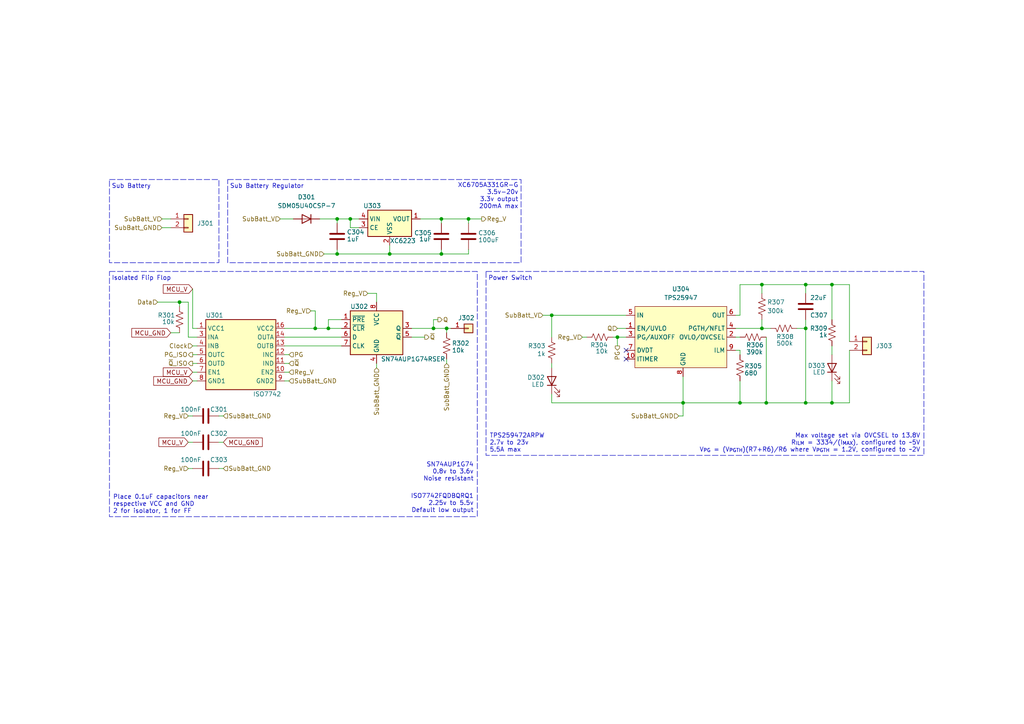
<source format=kicad_sch>
(kicad_sch
	(version 20250114)
	(generator "eeschema")
	(generator_version "9.0")
	(uuid "4e0d2c94-231e-48ec-8f9d-ad97c9025705")
	(paper "A4")
	(title_block
		(title "BAGEL MK1")
		(date "2025-11-21")
		(rev "A")
		(company "Illinois Space Society")
		(comment 3 "Thomas McManamen, Chethan Karandikar")
		(comment 4 "Contributors: Lucas Lessard, Pranav Bala, Peter Karlos, Charlie Plater, Kevin Zhao, ")
	)
	(lib_symbols
		(symbol "Connector_Generic:Conn_01x01"
			(pin_names
				(offset 1.016)
				(hide yes)
			)
			(exclude_from_sim no)
			(in_bom yes)
			(on_board yes)
			(property "Reference" "J"
				(at 0 2.54 0)
				(effects
					(font
						(size 1.27 1.27)
					)
				)
			)
			(property "Value" "Conn_01x01"
				(at 0 -2.54 0)
				(effects
					(font
						(size 1.27 1.27)
					)
				)
			)
			(property "Footprint" ""
				(at 0 0 0)
				(effects
					(font
						(size 1.27 1.27)
					)
					(hide yes)
				)
			)
			(property "Datasheet" "~"
				(at 0 0 0)
				(effects
					(font
						(size 1.27 1.27)
					)
					(hide yes)
				)
			)
			(property "Description" "Generic connector, single row, 01x01, script generated (kicad-library-utils/schlib/autogen/connector/)"
				(at 0 0 0)
				(effects
					(font
						(size 1.27 1.27)
					)
					(hide yes)
				)
			)
			(property "ki_keywords" "connector"
				(at 0 0 0)
				(effects
					(font
						(size 1.27 1.27)
					)
					(hide yes)
				)
			)
			(property "ki_fp_filters" "Connector*:*_1x??_*"
				(at 0 0 0)
				(effects
					(font
						(size 1.27 1.27)
					)
					(hide yes)
				)
			)
			(symbol "Conn_01x01_1_1"
				(rectangle
					(start -1.27 1.27)
					(end 1.27 -1.27)
					(stroke
						(width 0.254)
						(type default)
					)
					(fill
						(type background)
					)
				)
				(rectangle
					(start -1.27 0.127)
					(end 0 -0.127)
					(stroke
						(width 0.1524)
						(type default)
					)
					(fill
						(type none)
					)
				)
				(pin passive line
					(at -5.08 0 0)
					(length 3.81)
					(name "Pin_1"
						(effects
							(font
								(size 1.27 1.27)
							)
						)
					)
					(number "1"
						(effects
							(font
								(size 1.27 1.27)
							)
						)
					)
				)
			)
			(embedded_fonts no)
		)
		(symbol "Connector_Generic:Conn_01x02"
			(pin_names
				(offset 1.016)
				(hide yes)
			)
			(exclude_from_sim no)
			(in_bom yes)
			(on_board yes)
			(property "Reference" "J"
				(at 0 2.54 0)
				(effects
					(font
						(size 1.27 1.27)
					)
				)
			)
			(property "Value" "Conn_01x02"
				(at 0 -5.08 0)
				(effects
					(font
						(size 1.27 1.27)
					)
				)
			)
			(property "Footprint" ""
				(at 0 0 0)
				(effects
					(font
						(size 1.27 1.27)
					)
					(hide yes)
				)
			)
			(property "Datasheet" "~"
				(at 0 0 0)
				(effects
					(font
						(size 1.27 1.27)
					)
					(hide yes)
				)
			)
			(property "Description" "Generic connector, single row, 01x02, script generated (kicad-library-utils/schlib/autogen/connector/)"
				(at 0 0 0)
				(effects
					(font
						(size 1.27 1.27)
					)
					(hide yes)
				)
			)
			(property "ki_keywords" "connector"
				(at 0 0 0)
				(effects
					(font
						(size 1.27 1.27)
					)
					(hide yes)
				)
			)
			(property "ki_fp_filters" "Connector*:*_1x??_*"
				(at 0 0 0)
				(effects
					(font
						(size 1.27 1.27)
					)
					(hide yes)
				)
			)
			(symbol "Conn_01x02_1_1"
				(rectangle
					(start -1.27 1.27)
					(end 1.27 -3.81)
					(stroke
						(width 0.254)
						(type default)
					)
					(fill
						(type background)
					)
				)
				(rectangle
					(start -1.27 0.127)
					(end 0 -0.127)
					(stroke
						(width 0.1524)
						(type default)
					)
					(fill
						(type none)
					)
				)
				(rectangle
					(start -1.27 -2.413)
					(end 0 -2.667)
					(stroke
						(width 0.1524)
						(type default)
					)
					(fill
						(type none)
					)
				)
				(pin passive line
					(at -5.08 0 0)
					(length 3.81)
					(name "Pin_1"
						(effects
							(font
								(size 1.27 1.27)
							)
						)
					)
					(number "1"
						(effects
							(font
								(size 1.27 1.27)
							)
						)
					)
				)
				(pin passive line
					(at -5.08 -2.54 0)
					(length 3.81)
					(name "Pin_2"
						(effects
							(font
								(size 1.27 1.27)
							)
						)
					)
					(number "2"
						(effects
							(font
								(size 1.27 1.27)
							)
						)
					)
				)
			)
			(embedded_fonts no)
		)
		(symbol "Device:C"
			(pin_numbers
				(hide yes)
			)
			(pin_names
				(offset 0.254)
			)
			(exclude_from_sim no)
			(in_bom yes)
			(on_board yes)
			(property "Reference" "C"
				(at 0.635 2.54 0)
				(effects
					(font
						(size 1.27 1.27)
					)
					(justify left)
				)
			)
			(property "Value" "C"
				(at 0.635 -2.54 0)
				(effects
					(font
						(size 1.27 1.27)
					)
					(justify left)
				)
			)
			(property "Footprint" ""
				(at 0.9652 -3.81 0)
				(effects
					(font
						(size 1.27 1.27)
					)
					(hide yes)
				)
			)
			(property "Datasheet" "~"
				(at 0 0 0)
				(effects
					(font
						(size 1.27 1.27)
					)
					(hide yes)
				)
			)
			(property "Description" "Unpolarized capacitor"
				(at 0 0 0)
				(effects
					(font
						(size 1.27 1.27)
					)
					(hide yes)
				)
			)
			(property "ki_keywords" "cap capacitor"
				(at 0 0 0)
				(effects
					(font
						(size 1.27 1.27)
					)
					(hide yes)
				)
			)
			(property "ki_fp_filters" "C_*"
				(at 0 0 0)
				(effects
					(font
						(size 1.27 1.27)
					)
					(hide yes)
				)
			)
			(symbol "C_0_1"
				(polyline
					(pts
						(xy -2.032 0.762) (xy 2.032 0.762)
					)
					(stroke
						(width 0.508)
						(type default)
					)
					(fill
						(type none)
					)
				)
				(polyline
					(pts
						(xy -2.032 -0.762) (xy 2.032 -0.762)
					)
					(stroke
						(width 0.508)
						(type default)
					)
					(fill
						(type none)
					)
				)
			)
			(symbol "C_1_1"
				(pin passive line
					(at 0 3.81 270)
					(length 2.794)
					(name "~"
						(effects
							(font
								(size 1.27 1.27)
							)
						)
					)
					(number "1"
						(effects
							(font
								(size 1.27 1.27)
							)
						)
					)
				)
				(pin passive line
					(at 0 -3.81 90)
					(length 2.794)
					(name "~"
						(effects
							(font
								(size 1.27 1.27)
							)
						)
					)
					(number "2"
						(effects
							(font
								(size 1.27 1.27)
							)
						)
					)
				)
			)
			(embedded_fonts no)
		)
		(symbol "Device:LED"
			(pin_numbers
				(hide yes)
			)
			(pin_names
				(offset 1.016)
				(hide yes)
			)
			(exclude_from_sim no)
			(in_bom yes)
			(on_board yes)
			(property "Reference" "D"
				(at 0 2.54 0)
				(effects
					(font
						(size 1.27 1.27)
					)
				)
			)
			(property "Value" "LED"
				(at 0 -2.54 0)
				(effects
					(font
						(size 1.27 1.27)
					)
				)
			)
			(property "Footprint" ""
				(at 0 0 0)
				(effects
					(font
						(size 1.27 1.27)
					)
					(hide yes)
				)
			)
			(property "Datasheet" "~"
				(at 0 0 0)
				(effects
					(font
						(size 1.27 1.27)
					)
					(hide yes)
				)
			)
			(property "Description" "Light emitting diode"
				(at 0 0 0)
				(effects
					(font
						(size 1.27 1.27)
					)
					(hide yes)
				)
			)
			(property "Sim.Pins" "1=K 2=A"
				(at 0 0 0)
				(effects
					(font
						(size 1.27 1.27)
					)
					(hide yes)
				)
			)
			(property "ki_keywords" "LED diode"
				(at 0 0 0)
				(effects
					(font
						(size 1.27 1.27)
					)
					(hide yes)
				)
			)
			(property "ki_fp_filters" "LED* LED_SMD:* LED_THT:*"
				(at 0 0 0)
				(effects
					(font
						(size 1.27 1.27)
					)
					(hide yes)
				)
			)
			(symbol "LED_0_1"
				(polyline
					(pts
						(xy -3.048 -0.762) (xy -4.572 -2.286) (xy -3.81 -2.286) (xy -4.572 -2.286) (xy -4.572 -1.524)
					)
					(stroke
						(width 0)
						(type default)
					)
					(fill
						(type none)
					)
				)
				(polyline
					(pts
						(xy -1.778 -0.762) (xy -3.302 -2.286) (xy -2.54 -2.286) (xy -3.302 -2.286) (xy -3.302 -1.524)
					)
					(stroke
						(width 0)
						(type default)
					)
					(fill
						(type none)
					)
				)
				(polyline
					(pts
						(xy -1.27 0) (xy 1.27 0)
					)
					(stroke
						(width 0)
						(type default)
					)
					(fill
						(type none)
					)
				)
				(polyline
					(pts
						(xy -1.27 -1.27) (xy -1.27 1.27)
					)
					(stroke
						(width 0.254)
						(type default)
					)
					(fill
						(type none)
					)
				)
				(polyline
					(pts
						(xy 1.27 -1.27) (xy 1.27 1.27) (xy -1.27 0) (xy 1.27 -1.27)
					)
					(stroke
						(width 0.254)
						(type default)
					)
					(fill
						(type none)
					)
				)
			)
			(symbol "LED_1_1"
				(pin passive line
					(at -3.81 0 0)
					(length 2.54)
					(name "K"
						(effects
							(font
								(size 1.27 1.27)
							)
						)
					)
					(number "1"
						(effects
							(font
								(size 1.27 1.27)
							)
						)
					)
				)
				(pin passive line
					(at 3.81 0 180)
					(length 2.54)
					(name "A"
						(effects
							(font
								(size 1.27 1.27)
							)
						)
					)
					(number "2"
						(effects
							(font
								(size 1.27 1.27)
							)
						)
					)
				)
			)
			(embedded_fonts no)
		)
		(symbol "Device:R_US"
			(pin_numbers
				(hide yes)
			)
			(pin_names
				(offset 0)
			)
			(exclude_from_sim no)
			(in_bom yes)
			(on_board yes)
			(property "Reference" "R"
				(at 2.54 0 90)
				(effects
					(font
						(size 1.27 1.27)
					)
				)
			)
			(property "Value" "R_US"
				(at -2.54 0 90)
				(effects
					(font
						(size 1.27 1.27)
					)
				)
			)
			(property "Footprint" ""
				(at 1.016 -0.254 90)
				(effects
					(font
						(size 1.27 1.27)
					)
					(hide yes)
				)
			)
			(property "Datasheet" "~"
				(at 0 0 0)
				(effects
					(font
						(size 1.27 1.27)
					)
					(hide yes)
				)
			)
			(property "Description" "Resistor, US symbol"
				(at 0 0 0)
				(effects
					(font
						(size 1.27 1.27)
					)
					(hide yes)
				)
			)
			(property "ki_keywords" "R res resistor"
				(at 0 0 0)
				(effects
					(font
						(size 1.27 1.27)
					)
					(hide yes)
				)
			)
			(property "ki_fp_filters" "R_*"
				(at 0 0 0)
				(effects
					(font
						(size 1.27 1.27)
					)
					(hide yes)
				)
			)
			(symbol "R_US_0_1"
				(polyline
					(pts
						(xy 0 2.286) (xy 0 2.54)
					)
					(stroke
						(width 0)
						(type default)
					)
					(fill
						(type none)
					)
				)
				(polyline
					(pts
						(xy 0 2.286) (xy 1.016 1.905) (xy 0 1.524) (xy -1.016 1.143) (xy 0 0.762)
					)
					(stroke
						(width 0)
						(type default)
					)
					(fill
						(type none)
					)
				)
				(polyline
					(pts
						(xy 0 0.762) (xy 1.016 0.381) (xy 0 0) (xy -1.016 -0.381) (xy 0 -0.762)
					)
					(stroke
						(width 0)
						(type default)
					)
					(fill
						(type none)
					)
				)
				(polyline
					(pts
						(xy 0 -0.762) (xy 1.016 -1.143) (xy 0 -1.524) (xy -1.016 -1.905) (xy 0 -2.286)
					)
					(stroke
						(width 0)
						(type default)
					)
					(fill
						(type none)
					)
				)
				(polyline
					(pts
						(xy 0 -2.286) (xy 0 -2.54)
					)
					(stroke
						(width 0)
						(type default)
					)
					(fill
						(type none)
					)
				)
			)
			(symbol "R_US_1_1"
				(pin passive line
					(at 0 3.81 270)
					(length 1.27)
					(name "~"
						(effects
							(font
								(size 1.27 1.27)
							)
						)
					)
					(number "1"
						(effects
							(font
								(size 1.27 1.27)
							)
						)
					)
				)
				(pin passive line
					(at 0 -3.81 90)
					(length 1.27)
					(name "~"
						(effects
							(font
								(size 1.27 1.27)
							)
						)
					)
					(number "2"
						(effects
							(font
								(size 1.27 1.27)
							)
						)
					)
				)
			)
			(embedded_fonts no)
		)
		(symbol "Diode:1N4148WT"
			(pin_numbers
				(hide yes)
			)
			(pin_names
				(hide yes)
			)
			(exclude_from_sim no)
			(in_bom yes)
			(on_board yes)
			(property "Reference" "D"
				(at 0 2.54 0)
				(effects
					(font
						(size 1.27 1.27)
					)
				)
			)
			(property "Value" "1N4148WT"
				(at 0 -2.54 0)
				(effects
					(font
						(size 1.27 1.27)
					)
				)
			)
			(property "Footprint" "Diode_SMD:D_SOD-523"
				(at 0 -4.445 0)
				(effects
					(font
						(size 1.27 1.27)
					)
					(hide yes)
				)
			)
			(property "Datasheet" "https://www.diodes.com/assets/Datasheets/ds30396.pdf"
				(at 0 0 0)
				(effects
					(font
						(size 1.27 1.27)
					)
					(hide yes)
				)
			)
			(property "Description" "75V 0.15A Fast switching Diode, SOD-523"
				(at 0 0 0)
				(effects
					(font
						(size 1.27 1.27)
					)
					(hide yes)
				)
			)
			(property "Sim.Device" "D"
				(at 0 0 0)
				(effects
					(font
						(size 1.27 1.27)
					)
					(hide yes)
				)
			)
			(property "Sim.Pins" "1=K 2=A"
				(at 0 0 0)
				(effects
					(font
						(size 1.27 1.27)
					)
					(hide yes)
				)
			)
			(property "ki_keywords" "diode"
				(at 0 0 0)
				(effects
					(font
						(size 1.27 1.27)
					)
					(hide yes)
				)
			)
			(property "ki_fp_filters" "D*SOD?523*"
				(at 0 0 0)
				(effects
					(font
						(size 1.27 1.27)
					)
					(hide yes)
				)
			)
			(symbol "1N4148WT_0_1"
				(polyline
					(pts
						(xy -1.27 1.27) (xy -1.27 -1.27)
					)
					(stroke
						(width 0.254)
						(type default)
					)
					(fill
						(type none)
					)
				)
				(polyline
					(pts
						(xy 1.27 1.27) (xy 1.27 -1.27) (xy -1.27 0) (xy 1.27 1.27)
					)
					(stroke
						(width 0.254)
						(type default)
					)
					(fill
						(type none)
					)
				)
				(polyline
					(pts
						(xy 1.27 0) (xy -1.27 0)
					)
					(stroke
						(width 0)
						(type default)
					)
					(fill
						(type none)
					)
				)
			)
			(symbol "1N4148WT_1_1"
				(pin passive line
					(at -3.81 0 0)
					(length 2.54)
					(name "K"
						(effects
							(font
								(size 1.27 1.27)
							)
						)
					)
					(number "1"
						(effects
							(font
								(size 1.27 1.27)
							)
						)
					)
				)
				(pin passive line
					(at 3.81 0 180)
					(length 2.54)
					(name "A"
						(effects
							(font
								(size 1.27 1.27)
							)
						)
					)
					(number "2"
						(effects
							(font
								(size 1.27 1.27)
							)
						)
					)
				)
			)
			(embedded_fonts no)
		)
		(symbol "Isolator_Texas:ISO7742"
			(exclude_from_sim no)
			(in_bom yes)
			(on_board yes)
			(property "Reference" "U"
				(at -10.16 11.43 0)
				(effects
					(font
						(size 1.27 1.27)
					)
				)
			)
			(property "Value" "ISO7742"
				(at 6.35 -11.43 0)
				(effects
					(font
						(size 1.27 1.27)
					)
				)
			)
			(property "Footprint" "Package_SO:SSOP-16_3.9x4.9mm_P0.635mm"
				(at 0 -22.86 0)
				(effects
					(font
						(size 1.27 1.27)
						(italic yes)
					)
					(hide yes)
				)
			)
			(property "Datasheet" "https://www.ti.com/lit/ds/symlink/iso7742-q1.pdf"
				(at 0 -22.86 0)
				(effects
					(font
						(size 1.27 1.27)
						(italic yes)
					)
					(hide yes)
				)
			)
			(property "Description" "High-Speed, Robust-EMC Reinforced and Basic Quad-Channel Digital Isolator, SSOP-16"
				(at 0 -22.86 0)
				(effects
					(font
						(size 1.27 1.27)
					)
					(hide yes)
				)
			)
			(property "ki_keywords" "ISO7742 High-Speed Robust-EMC Reinforced and Basic Quad-Channel Digital"
				(at 0 0 0)
				(effects
					(font
						(size 1.27 1.27)
					)
					(hide yes)
				)
			)
			(property "ki_fp_filters" "DBQ16_TEX DBQ16_TEX-M DBQ16_TEX-L"
				(at 0 0 0)
				(effects
					(font
						(size 1.27 1.27)
					)
					(hide yes)
				)
			)
			(symbol "ISO7742_0_1"
				(pin input line
					(at -12.7 5.08 0)
					(length 2.54)
					(name "INA"
						(effects
							(font
								(size 1.27 1.27)
							)
						)
					)
					(number "3"
						(effects
							(font
								(size 1.27 1.27)
							)
						)
					)
				)
				(pin input line
					(at -12.7 2.54 0)
					(length 2.54)
					(name "INB"
						(effects
							(font
								(size 1.27 1.27)
							)
						)
					)
					(number "4"
						(effects
							(font
								(size 1.27 1.27)
							)
						)
					)
				)
				(pin output line
					(at -12.7 -2.54 0)
					(length 2.54)
					(name "OUTD"
						(effects
							(font
								(size 1.27 1.27)
							)
						)
					)
					(number "6"
						(effects
							(font
								(size 1.27 1.27)
							)
						)
					)
				)
				(pin input line
					(at -12.7 -5.08 0)
					(length 2.54)
					(name "EN1"
						(effects
							(font
								(size 1.27 1.27)
							)
						)
					)
					(number "7"
						(effects
							(font
								(size 1.27 1.27)
							)
						)
					)
				)
				(pin power_in line
					(at -12.7 -7.62 0)
					(length 2.54)
					(hide yes)
					(name "GND1"
						(effects
							(font
								(size 1.27 1.27)
							)
						)
					)
					(number "2"
						(effects
							(font
								(size 1.27 1.27)
							)
						)
					)
				)
				(pin power_in line
					(at -12.7 -7.62 0)
					(length 2.54)
					(name "GND1"
						(effects
							(font
								(size 1.27 1.27)
							)
						)
					)
					(number "8"
						(effects
							(font
								(size 1.27 1.27)
							)
						)
					)
				)
				(pin power_in line
					(at 12.7 7.62 180)
					(length 2.54)
					(name "VCC2"
						(effects
							(font
								(size 1.27 1.27)
							)
						)
					)
					(number "16"
						(effects
							(font
								(size 1.27 1.27)
							)
						)
					)
				)
				(pin output line
					(at 12.7 5.08 180)
					(length 2.54)
					(name "OUTA"
						(effects
							(font
								(size 1.27 1.27)
							)
						)
					)
					(number "14"
						(effects
							(font
								(size 1.27 1.27)
							)
						)
					)
				)
				(pin output line
					(at 12.7 2.54 180)
					(length 2.54)
					(name "OUTB"
						(effects
							(font
								(size 1.27 1.27)
							)
						)
					)
					(number "13"
						(effects
							(font
								(size 1.27 1.27)
							)
						)
					)
				)
				(pin input line
					(at 12.7 -2.54 180)
					(length 2.54)
					(name "IND"
						(effects
							(font
								(size 1.27 1.27)
							)
						)
					)
					(number "11"
						(effects
							(font
								(size 1.27 1.27)
							)
						)
					)
				)
				(pin input line
					(at 12.7 -5.08 180)
					(length 2.54)
					(name "EN2"
						(effects
							(font
								(size 1.27 1.27)
							)
						)
					)
					(number "10"
						(effects
							(font
								(size 1.27 1.27)
							)
						)
					)
				)
				(pin power_in line
					(at 12.7 -7.62 180)
					(length 2.54)
					(name "GND2"
						(effects
							(font
								(size 1.27 1.27)
							)
						)
					)
					(number "9"
						(effects
							(font
								(size 1.27 1.27)
							)
						)
					)
				)
			)
			(symbol "ISO7742_1_1"
				(rectangle
					(start -10.16 10.16)
					(end 10.16 -10.16)
					(stroke
						(width 0.254)
						(type default)
					)
					(fill
						(type background)
					)
				)
				(pin power_in line
					(at -12.7 7.62 0)
					(length 2.54)
					(name "VCC1"
						(effects
							(font
								(size 1.27 1.27)
							)
						)
					)
					(number "1"
						(effects
							(font
								(size 1.27 1.27)
							)
						)
					)
				)
				(pin output line
					(at -12.7 0 0)
					(length 2.54)
					(name "OUTC"
						(effects
							(font
								(size 1.27 1.27)
							)
						)
					)
					(number "5"
						(effects
							(font
								(size 1.27 1.27)
							)
						)
					)
				)
				(pin input line
					(at 12.7 0 180)
					(length 2.54)
					(name "INC"
						(effects
							(font
								(size 1.27 1.27)
							)
						)
					)
					(number "12"
						(effects
							(font
								(size 1.27 1.27)
							)
						)
					)
				)
				(pin passive line
					(at 12.7 -7.62 180)
					(length 2.54)
					(hide yes)
					(name "GND2"
						(effects
							(font
								(size 1.27 1.27)
							)
						)
					)
					(number "15"
						(effects
							(font
								(size 1.27 1.27)
							)
						)
					)
				)
			)
			(embedded_fonts no)
		)
		(symbol "Power_eFuse:TPS25947"
			(exclude_from_sim no)
			(in_bom yes)
			(on_board yes)
			(property "Reference" "U"
				(at -13.97 10.16 0)
				(effects
					(font
						(size 1.27 1.27)
					)
				)
			)
			(property "Value" "TPS25947"
				(at 8.255 10.16 0)
				(effects
					(font
						(size 1.27 1.27)
					)
				)
			)
			(property "Footprint" "Package_VQFN:VQFN-HR-RPW0010A"
				(at 0 -17.78 0)
				(effects
					(font
						(size 1.27 1.27)
					)
					(hide yes)
				)
			)
			(property "Datasheet" "https://www.ti.com/lit/ds/symlink/tps25947.pdf"
				(at 0 -20.32 0)
				(effects
					(font
						(size 1.27 1.27)
					)
					(hide yes)
				)
			)
			(property "Description" "2.7V - 23V, 5.5A, 28mOhm, eFuse, Reversue Current and Polarity Blocking, Current Limiting, VQFN-HR"
				(at 0 0 0)
				(effects
					(font
						(size 1.27 1.27)
					)
					(hide yes)
				)
			)
			(property "ki_keywords" "2.7V - 23V 5.5A 28mOhm eFuse Reversue Current and Polarity Blocking Current Limiting VQFN-HR"
				(at 0 0 0)
				(effects
					(font
						(size 1.27 1.27)
					)
					(hide yes)
				)
			)
			(symbol "TPS25947_0_0"
				(pin power_in line
					(at -16.51 6.35 0)
					(length 2.54)
					(name "IN"
						(effects
							(font
								(size 1.27 1.27)
							)
						)
					)
					(number "5"
						(effects
							(font
								(size 1.27 1.27)
							)
						)
					)
				)
				(pin input line
					(at -16.51 2.54 0)
					(length 2.54)
					(name "EN/UVLO"
						(effects
							(font
								(size 1.27 1.27)
							)
						)
					)
					(number "1"
						(effects
							(font
								(size 1.27 1.27)
							)
						)
					)
				)
				(pin output line
					(at -16.51 0 0)
					(length 2.54)
					(name "PG/AUXOFF"
						(effects
							(font
								(size 1.27 1.27)
							)
						)
					)
					(number "3"
						(effects
							(font
								(size 1.27 1.27)
							)
						)
					)
				)
				(pin output line
					(at -16.51 -3.81 0)
					(length 2.54)
					(name "DVDT"
						(effects
							(font
								(size 1.27 1.27)
							)
						)
					)
					(number "7"
						(effects
							(font
								(size 1.27 1.27)
							)
						)
					)
				)
				(pin output line
					(at -16.51 -6.35 0)
					(length 2.54)
					(name "ITIMER"
						(effects
							(font
								(size 1.27 1.27)
							)
						)
					)
					(number "10"
						(effects
							(font
								(size 1.27 1.27)
							)
						)
					)
				)
				(pin input line
					(at 0 -11.43 90)
					(length 2.54)
					(name "GND"
						(effects
							(font
								(size 1.27 1.27)
							)
						)
					)
					(number "8"
						(effects
							(font
								(size 1.27 1.27)
							)
						)
					)
				)
				(pin power_out line
					(at 15.24 6.35 180)
					(length 2.54)
					(name "OUT"
						(effects
							(font
								(size 1.27 1.27)
							)
						)
					)
					(number "6"
						(effects
							(font
								(size 1.27 1.27)
							)
						)
					)
				)
				(pin bidirectional line
					(at 15.24 2.54 180)
					(length 2.54)
					(name "PGTH/NFLT"
						(effects
							(font
								(size 1.27 1.27)
							)
						)
					)
					(number "4"
						(effects
							(font
								(size 1.27 1.27)
							)
						)
					)
				)
				(pin input line
					(at 15.24 0 180)
					(length 2.54)
					(name "OVLO/OVCSEL"
						(effects
							(font
								(size 1.27 1.27)
							)
						)
					)
					(number "2"
						(effects
							(font
								(size 1.27 1.27)
							)
						)
					)
				)
				(pin output line
					(at 15.24 -3.81 180)
					(length 2.54)
					(name "ILM"
						(effects
							(font
								(size 1.27 1.27)
							)
						)
					)
					(number "9"
						(effects
							(font
								(size 1.27 1.27)
							)
						)
					)
				)
			)
			(symbol "TPS25947_0_1"
				(rectangle
					(start -13.97 8.89)
					(end 12.7 -8.89)
					(stroke
						(width 0)
						(type default)
					)
					(fill
						(type background)
					)
				)
			)
			(embedded_fonts no)
		)
		(symbol "Regulator_Torex:XC6223"
			(exclude_from_sim no)
			(in_bom yes)
			(on_board yes)
			(property "Reference" "U"
				(at -5.08 3.81 0)
				(effects
					(font
						(size 1.27 1.27)
					)
				)
			)
			(property "Value" "XC6223"
				(at 6.35 -6.35 0)
				(effects
					(font
						(size 1.27 1.27)
					)
				)
			)
			(property "Footprint" "Regulator_Torex:Torex_USP-4"
				(at 0 -22.86 0)
				(effects
					(font
						(size 1.27 1.27)
					)
					(hide yes)
				)
			)
			(property "Datasheet" "https://product.torexsemi.com/system/files/series/xc6223.pdf"
				(at 26.67 -194.92 0)
				(effects
					(font
						(size 1.27 1.27)
					)
					(justify left top)
					(hide yes)
				)
			)
			(property "Description" "300mA High Speed LDO Voltage Regulator"
				(at 0 -22.86 0)
				(effects
					(font
						(size 1.27 1.27)
					)
					(hide yes)
				)
			)
			(property "ki_keywords" "XC6223 300mA High Speed LDO Voltage Regulator"
				(at 0 0 0)
				(effects
					(font
						(size 1.27 1.27)
					)
					(hide yes)
				)
			)
			(symbol "XC6223_1_1"
				(rectangle
					(start -5.08 2.54)
					(end 7.62 -5.08)
					(stroke
						(width 0.254)
						(type default)
					)
					(fill
						(type background)
					)
				)
				(pin passive line
					(at -7.62 0 0)
					(length 2.54)
					(name "VIN"
						(effects
							(font
								(size 1.27 1.27)
							)
						)
					)
					(number "4"
						(effects
							(font
								(size 1.27 1.27)
							)
						)
					)
				)
				(pin passive line
					(at -7.62 -2.54 0)
					(length 2.54)
					(name "CE"
						(effects
							(font
								(size 1.27 1.27)
							)
						)
					)
					(number "3"
						(effects
							(font
								(size 1.27 1.27)
							)
						)
					)
				)
				(pin passive line
					(at 1.27 -7.62 90)
					(length 2.54)
					(name "VSS"
						(effects
							(font
								(size 1.27 1.27)
							)
						)
					)
					(number "2"
						(effects
							(font
								(size 1.27 1.27)
							)
						)
					)
				)
				(pin passive line
					(at 1.27 -7.62 90)
					(length 2.54)
					(hide yes)
					(name "EP"
						(effects
							(font
								(size 1.27 1.27)
							)
						)
					)
					(number "5"
						(effects
							(font
								(size 1.27 1.27)
							)
						)
					)
				)
				(pin passive line
					(at 10.16 0 180)
					(length 2.54)
					(name "VOUT"
						(effects
							(font
								(size 1.27 1.27)
							)
						)
					)
					(number "1"
						(effects
							(font
								(size 1.27 1.27)
							)
						)
					)
				)
			)
			(embedded_fonts no)
		)
		(symbol "Texas_Logic:SN74AUP1G74RSER"
			(exclude_from_sim no)
			(in_bom yes)
			(on_board yes)
			(property "Reference" "U"
				(at -10.16 7.62 0)
				(effects
					(font
						(size 1.27 1.27)
					)
				)
			)
			(property "Value" "SN74AUP1G74RSER"
				(at 10.16 -7.62 0)
				(effects
					(font
						(size 1.27 1.27)
					)
				)
			)
			(property "Footprint" "Package_UFQN:UQFN-RSE0008A"
				(at 26.67 -87.3 0)
				(effects
					(font
						(size 1.27 1.27)
					)
					(justify left top)
					(hide yes)
				)
			)
			(property "Datasheet" "https://www.ti.com/lit/ds/symlink/sn74aup1g74.pdf"
				(at 26.67 -187.3 0)
				(effects
					(font
						(size 1.27 1.27)
					)
					(justify left top)
					(hide yes)
				)
			)
			(property "Description" "Low-Power Single Positive-Edge-Triggered D-Type Flip-Flop With Clear and Preset, UQFN-8"
				(at 0 -25.4 0)
				(effects
					(font
						(size 1.27 1.27)
					)
					(hide yes)
				)
			)
			(property "ki_keywords" "SN74AUP1G74RSER Low-Power Single Positive-Edge-Triggered D-Type Flip-Flop With Clear and Preset"
				(at 0 0 0)
				(effects
					(font
						(size 1.27 1.27)
					)
					(hide yes)
				)
			)
			(symbol "SN74AUP1G74RSER_1_1"
				(rectangle
					(start -7.62 6.35)
					(end 7.62 -6.35)
					(stroke
						(width 0.254)
						(type default)
					)
					(fill
						(type background)
					)
				)
				(pin passive line
					(at -10.16 3.81 0)
					(length 2.54)
					(name "~{PRE}"
						(effects
							(font
								(size 1.27 1.27)
							)
						)
					)
					(number "1"
						(effects
							(font
								(size 1.27 1.27)
							)
						)
					)
				)
				(pin passive line
					(at -10.16 1.27 0)
					(length 2.54)
					(name "~{CLR}"
						(effects
							(font
								(size 1.27 1.27)
							)
						)
					)
					(number "2"
						(effects
							(font
								(size 1.27 1.27)
							)
						)
					)
				)
				(pin passive line
					(at -10.16 -1.27 0)
					(length 2.54)
					(name "D"
						(effects
							(font
								(size 1.27 1.27)
							)
						)
					)
					(number "6"
						(effects
							(font
								(size 1.27 1.27)
							)
						)
					)
				)
				(pin passive line
					(at -10.16 -3.81 0)
					(length 2.54)
					(name "CLK"
						(effects
							(font
								(size 1.27 1.27)
							)
						)
					)
					(number "7"
						(effects
							(font
								(size 1.27 1.27)
							)
						)
					)
				)
				(pin passive line
					(at 0 8.89 270)
					(length 2.54)
					(name "VCC"
						(effects
							(font
								(size 1.27 1.27)
							)
						)
					)
					(number "8"
						(effects
							(font
								(size 1.27 1.27)
							)
						)
					)
				)
				(pin passive line
					(at 0 -8.89 90)
					(length 2.54)
					(name "GND"
						(effects
							(font
								(size 1.27 1.27)
							)
						)
					)
					(number "4"
						(effects
							(font
								(size 1.27 1.27)
							)
						)
					)
				)
				(pin passive line
					(at 10.16 1.27 180)
					(length 2.54)
					(name "Q"
						(effects
							(font
								(size 1.27 1.27)
							)
						)
					)
					(number "3"
						(effects
							(font
								(size 1.27 1.27)
							)
						)
					)
				)
				(pin passive line
					(at 10.16 -1.27 180)
					(length 2.54)
					(name "~{Q}"
						(effects
							(font
								(size 1.27 1.27)
							)
						)
					)
					(number "5"
						(effects
							(font
								(size 1.27 1.27)
							)
						)
					)
				)
			)
			(embedded_fonts no)
		)
	)
	(rectangle
		(start 140.97 78.74)
		(end 267.97 132.08)
		(stroke
			(width 0)
			(type dash)
		)
		(fill
			(type none)
		)
		(uuid 04c78363-eb11-4432-8bda-350f1a63b899)
	)
	(rectangle
		(start 31.75 78.74)
		(end 138.43 149.86)
		(stroke
			(width 0)
			(type dash)
		)
		(fill
			(type none)
		)
		(uuid 2b0c377b-1415-4ab4-8e4b-a5fa73663f7e)
	)
	(rectangle
		(start 31.75 52.07)
		(end 63.5 76.2)
		(stroke
			(width 0)
			(type dash)
		)
		(fill
			(type none)
		)
		(uuid 7e3a86b6-d14a-4764-b3e2-4cf0b7ade202)
	)
	(rectangle
		(start 66.04 52.07)
		(end 151.13 76.2)
		(stroke
			(width 0)
			(type dash)
		)
		(fill
			(type none)
		)
		(uuid a1766b1e-1fdb-490f-bb52-911c4f06eeca)
	)
	(text "ISO7742FQDBQRQ1\n2.25v to 5.5v\nDefault low output"
		(exclude_from_sim no)
		(at 137.414 146.05 0)
		(effects
			(font
				(size 1.27 1.27)
			)
			(justify right)
		)
		(uuid "04e24f40-4d6e-4e40-b287-a649d1af5d62")
	)
	(text "Sub Battery Regulator"
		(exclude_from_sim no)
		(at 66.675 53.34 0)
		(effects
			(font
				(size 1.27 1.27)
			)
			(justify left top)
		)
		(uuid "6dd98754-5611-4b88-8712-e47802f961ea")
	)
	(text "Place 0.1uF capacitors near\nrespective VCC and GND\n2 for isolator, 1 for FF"
		(exclude_from_sim no)
		(at 32.766 146.304 0)
		(effects
			(font
				(size 1.27 1.27)
			)
			(justify left)
		)
		(uuid "76576106-690a-4469-9c1f-cc38618fb7c2")
	)
	(text "Isolated Flip Flop\n"
		(exclude_from_sim no)
		(at 32.385 80.01 0)
		(effects
			(font
				(size 1.27 1.27)
			)
			(justify left top)
		)
		(uuid "8944e2cc-1eb1-4d79-a2a1-7cc4fec57498")
	)
	(text "Sub Battery"
		(exclude_from_sim no)
		(at 32.385 53.34 0)
		(effects
			(font
				(size 1.27 1.27)
			)
			(justify left top)
		)
		(uuid "942f1d0b-dfb7-43e4-b033-58e043729235")
	)
	(text "Max voltage set via OVCSEL to 13.8V\nR_{ILM} = 3334/(I_{MAX}), configured to ~5V\nV_{PG} = (V_{PGTH})(R7+R6)/R6 where V_{PGTH} = 1.2V, configured to ~2V"
		(exclude_from_sim no)
		(at 266.954 125.73 0)
		(effects
			(font
				(size 1.27 1.27)
			)
			(justify right top)
		)
		(uuid "a86872a3-095c-4436-b2e1-9c17cceff661")
	)
	(text "Power Switch"
		(exclude_from_sim no)
		(at 141.605 80.01 0)
		(effects
			(font
				(size 1.27 1.27)
			)
			(justify left top)
		)
		(uuid "c74387ed-29d0-48fe-b93b-7a916fbcb058")
	)
	(text "XC6705A331GR-G\n3.5v-20v\n3.3v output\n200mA max"
		(exclude_from_sim no)
		(at 150.368 56.896 0)
		(effects
			(font
				(size 1.27 1.27)
			)
			(justify right)
		)
		(uuid "d899a155-bfea-4ea7-8710-2d276825f9b8")
	)
	(text "TPS259472ARPW\n2.7v to 23v\n5.5A max"
		(exclude_from_sim no)
		(at 141.986 128.524 0)
		(effects
			(font
				(size 1.27 1.27)
			)
			(justify left)
		)
		(uuid "e586b410-9bd3-45f8-98a3-b9b12bd841fb")
	)
	(text "SN74AUP1G74\n0.8v to 3.6v\nNoise resistant"
		(exclude_from_sim no)
		(at 137.414 136.906 0)
		(effects
			(font
				(size 1.27 1.27)
			)
			(justify right)
		)
		(uuid "e7c29ba3-5e39-44ee-9efa-555deda6b643")
	)
	(junction
		(at 125.73 95.25)
		(diameter 0)
		(color 0 0 0 0)
		(uuid "0ad708f0-70a2-4f8a-a3a8-2eedf77d77a1")
	)
	(junction
		(at 113.03 73.66)
		(diameter 0)
		(color 0 0 0 0)
		(uuid "147c6b80-ee38-465d-8d7a-2ce4416c6036")
	)
	(junction
		(at 160.02 91.44)
		(diameter 0)
		(color 0 0 0 0)
		(uuid "14a3f8ce-4837-4294-9b92-caef011e67bd")
	)
	(junction
		(at 198.12 116.84)
		(diameter 0)
		(color 0 0 0 0)
		(uuid "15e694d4-4161-4b89-948c-62e5f4f00b0f")
	)
	(junction
		(at 241.3 82.55)
		(diameter 0)
		(color 0 0 0 0)
		(uuid "29a81d60-d23f-4be2-b261-9ae0f18b2fce")
	)
	(junction
		(at 101.6 63.5)
		(diameter 0)
		(color 0 0 0 0)
		(uuid "31bc550a-c5a7-42a5-a48e-5cacf962e0d7")
	)
	(junction
		(at 220.98 82.55)
		(diameter 0)
		(color 0 0 0 0)
		(uuid "39fba18c-e5d8-4823-88fa-db28033dbad2")
	)
	(junction
		(at 233.68 116.84)
		(diameter 0)
		(color 0 0 0 0)
		(uuid "4cf755a5-6b81-4a2f-aa2e-d421d1c13fd2")
	)
	(junction
		(at 233.68 82.55)
		(diameter 0)
		(color 0 0 0 0)
		(uuid "5309673f-1d49-48f6-8858-9de5a9e7c70f")
	)
	(junction
		(at 97.79 73.66)
		(diameter 0)
		(color 0 0 0 0)
		(uuid "6390834c-5bf6-4bc3-a7c4-d3301d6a0a3d")
	)
	(junction
		(at 222.25 116.84)
		(diameter 0)
		(color 0 0 0 0)
		(uuid "7805290b-041f-4578-9208-3e06f7e4e556")
	)
	(junction
		(at 241.3 116.84)
		(diameter 0)
		(color 0 0 0 0)
		(uuid "78f43ed9-1b21-40ea-97e8-1d9e278b2bd7")
	)
	(junction
		(at 95.25 95.25)
		(diameter 0)
		(color 0 0 0 0)
		(uuid "7cb3d63a-ad32-4367-b8b0-668a37d54828")
	)
	(junction
		(at 220.98 95.25)
		(diameter 0)
		(color 0 0 0 0)
		(uuid "7f8aa665-8d1d-4dda-8b8f-abcd2b5421b8")
	)
	(junction
		(at 214.63 116.84)
		(diameter 0)
		(color 0 0 0 0)
		(uuid "80a5e75d-bacf-430e-83fd-7f0db2641fdf")
	)
	(junction
		(at 135.89 63.5)
		(diameter 0)
		(color 0 0 0 0)
		(uuid "80ee362a-1968-4840-9274-64927c608ddf")
	)
	(junction
		(at 97.79 63.5)
		(diameter 0)
		(color 0 0 0 0)
		(uuid "a4f87e00-6678-4b5b-b796-56b645c2ffeb")
	)
	(junction
		(at 128.016 63.5)
		(diameter 0)
		(color 0 0 0 0)
		(uuid "a6c1b5fb-02ed-49bc-8367-671af3448ed8")
	)
	(junction
		(at 52.07 87.63)
		(diameter 0)
		(color 0 0 0 0)
		(uuid "aa3f0951-a21a-4648-9522-39c5b7d55924")
	)
	(junction
		(at 179.07 97.79)
		(diameter 0)
		(color 0 0 0 0)
		(uuid "ab88e3e5-7a94-47e9-9669-b719bc6a47c0")
	)
	(junction
		(at 128.016 73.66)
		(diameter 0)
		(color 0 0 0 0)
		(uuid "b19512de-ab44-4d00-a395-a2742470a424")
	)
	(junction
		(at 91.44 95.25)
		(diameter 0)
		(color 0 0 0 0)
		(uuid "e66ea47f-2f84-40f5-9ffd-80454f4ec599")
	)
	(junction
		(at 129.54 95.25)
		(diameter 0)
		(color 0 0 0 0)
		(uuid "f0299e8b-8b42-4442-b83e-b5e4b7a712b5")
	)
	(junction
		(at 233.68 95.25)
		(diameter 0)
		(color 0 0 0 0)
		(uuid "fe3f5b29-65e4-4ed1-a0f2-2cc4dc315fd2")
	)
	(no_connect
		(at 181.61 104.14)
		(uuid "4e26f172-a931-4b82-aac5-c32395fdce70")
	)
	(no_connect
		(at 181.61 101.6)
		(uuid "76c7b2e7-6baa-4018-9d66-5a20c9eb9a1b")
	)
	(wire
		(pts
			(xy 177.8 97.79) (xy 179.07 97.79)
		)
		(stroke
			(width 0)
			(type default)
		)
		(uuid "024135d6-9b22-48ca-b49f-348e1684a9aa")
	)
	(wire
		(pts
			(xy 54.61 87.63) (xy 54.61 97.79)
		)
		(stroke
			(width 0)
			(type default)
		)
		(uuid "042628eb-0ce0-485c-b33c-64c5fed2f1a9")
	)
	(wire
		(pts
			(xy 55.88 110.49) (xy 57.15 110.49)
		)
		(stroke
			(width 0)
			(type default)
		)
		(uuid "04b8e321-25d4-4ee8-b2d9-bd9be1cbf596")
	)
	(wire
		(pts
			(xy 90.17 90.17) (xy 91.44 90.17)
		)
		(stroke
			(width 0)
			(type default)
		)
		(uuid "05c89db3-be87-47ef-b05d-86a7152e8b3b")
	)
	(wire
		(pts
			(xy 46.99 63.5) (xy 49.53 63.5)
		)
		(stroke
			(width 0)
			(type default)
		)
		(uuid "06876c24-f9a0-4e6f-bf5d-0346629defd8")
	)
	(wire
		(pts
			(xy 241.3 82.55) (xy 241.3 92.71)
		)
		(stroke
			(width 0)
			(type default)
		)
		(uuid "0a0fb811-7cb7-472a-80a6-98ef615401ef")
	)
	(wire
		(pts
			(xy 81.28 63.5) (xy 85.09 63.5)
		)
		(stroke
			(width 0)
			(type default)
		)
		(uuid "0b71e2d8-fb73-439b-bf0c-eed84cd50698")
	)
	(wire
		(pts
			(xy 179.07 95.25) (xy 181.61 95.25)
		)
		(stroke
			(width 0)
			(type default)
		)
		(uuid "0d295cba-f4ad-4911-8bb2-038715200b3d")
	)
	(wire
		(pts
			(xy 198.12 109.22) (xy 198.12 116.84)
		)
		(stroke
			(width 0)
			(type default)
		)
		(uuid "0d5ef1aa-a3af-47ab-883a-7e2a541ef0b0")
	)
	(wire
		(pts
			(xy 220.98 92.71) (xy 220.98 95.25)
		)
		(stroke
			(width 0)
			(type default)
		)
		(uuid "0dba6ca2-4888-475e-a4b4-9cea5044990a")
	)
	(wire
		(pts
			(xy 113.03 73.66) (xy 128.016 73.66)
		)
		(stroke
			(width 0)
			(type default)
		)
		(uuid "0e8fb4ed-4495-4662-81ca-c6bdaf952d52")
	)
	(wire
		(pts
			(xy 233.68 92.71) (xy 233.68 95.25)
		)
		(stroke
			(width 0)
			(type default)
		)
		(uuid "0f598bc7-0e76-41c7-b08e-f1d85c075f1c")
	)
	(wire
		(pts
			(xy 214.63 116.84) (xy 222.25 116.84)
		)
		(stroke
			(width 0)
			(type default)
		)
		(uuid "0ff5824f-fb0c-4424-92ee-f04353ac5123")
	)
	(wire
		(pts
			(xy 82.55 100.33) (xy 99.06 100.33)
		)
		(stroke
			(width 0)
			(type default)
		)
		(uuid "12c39e35-9f10-49db-a54e-30175233ba6a")
	)
	(wire
		(pts
			(xy 101.6 66.04) (xy 104.14 66.04)
		)
		(stroke
			(width 0)
			(type default)
		)
		(uuid "1801babe-11d1-4253-a9ec-4a27466071ba")
	)
	(wire
		(pts
			(xy 168.91 97.79) (xy 170.18 97.79)
		)
		(stroke
			(width 0)
			(type default)
		)
		(uuid "1a302833-0ab3-4ead-871a-6ee0e57f1c9e")
	)
	(wire
		(pts
			(xy 52.07 87.63) (xy 52.07 88.9)
		)
		(stroke
			(width 0)
			(type default)
		)
		(uuid "1e86c0ca-539e-4d0c-9797-40892eb67a22")
	)
	(wire
		(pts
			(xy 214.63 91.44) (xy 214.63 82.55)
		)
		(stroke
			(width 0)
			(type default)
		)
		(uuid "2005287c-58ff-412b-9eab-e8c411b0975a")
	)
	(wire
		(pts
			(xy 125.73 95.25) (xy 129.54 95.25)
		)
		(stroke
			(width 0)
			(type default)
		)
		(uuid "2270b69e-579e-4565-93ac-bb014eeaf1b8")
	)
	(wire
		(pts
			(xy 231.14 95.25) (xy 233.68 95.25)
		)
		(stroke
			(width 0)
			(type default)
		)
		(uuid "249609e1-8048-4f5d-a213-5cc7fcdbd60a")
	)
	(wire
		(pts
			(xy 129.54 95.25) (xy 130.81 95.25)
		)
		(stroke
			(width 0)
			(type default)
		)
		(uuid "24967592-b597-4150-860e-10ca0ceaaca5")
	)
	(wire
		(pts
			(xy 52.07 87.63) (xy 54.61 87.63)
		)
		(stroke
			(width 0)
			(type default)
		)
		(uuid "24a41603-d9e4-4f1e-8aa3-6630e8dad9b2")
	)
	(wire
		(pts
			(xy 82.55 102.87) (xy 83.82 102.87)
		)
		(stroke
			(width 0)
			(type default)
		)
		(uuid "2673433e-8eaf-476d-9421-f11533ed6e79")
	)
	(wire
		(pts
			(xy 160.02 116.84) (xy 198.12 116.84)
		)
		(stroke
			(width 0)
			(type default)
		)
		(uuid "286db632-f96a-4d93-9dee-d6c5dcfae691")
	)
	(wire
		(pts
			(xy 97.79 72.39) (xy 97.79 73.66)
		)
		(stroke
			(width 0)
			(type default)
		)
		(uuid "2ddf21e9-7be4-481d-97a6-cd88c5b81252")
	)
	(wire
		(pts
			(xy 196.85 120.65) (xy 198.12 120.65)
		)
		(stroke
			(width 0)
			(type default)
		)
		(uuid "2e1457e8-dcd0-4d7e-b6d1-9ad1c1f39159")
	)
	(wire
		(pts
			(xy 233.68 82.55) (xy 233.68 85.09)
		)
		(stroke
			(width 0)
			(type default)
		)
		(uuid "2e8f3e40-42fe-4de6-a2bf-d2d541fa80c1")
	)
	(wire
		(pts
			(xy 91.44 90.17) (xy 91.44 95.25)
		)
		(stroke
			(width 0)
			(type default)
		)
		(uuid "2ee30968-1583-4bc9-835f-6845028a857a")
	)
	(wire
		(pts
			(xy 246.38 101.6) (xy 246.38 116.84)
		)
		(stroke
			(width 0)
			(type default)
		)
		(uuid "2f1c8547-af30-45b0-8785-e36fc06a7581")
	)
	(wire
		(pts
			(xy 91.44 95.25) (xy 95.25 95.25)
		)
		(stroke
			(width 0)
			(type default)
		)
		(uuid "31a86956-8303-4db3-b1cf-d88d2fdf56c2")
	)
	(wire
		(pts
			(xy 82.55 107.95) (xy 83.82 107.95)
		)
		(stroke
			(width 0)
			(type default)
		)
		(uuid "3305698c-fe34-463c-b863-1cc5ff6b4cf0")
	)
	(wire
		(pts
			(xy 82.55 110.49) (xy 83.82 110.49)
		)
		(stroke
			(width 0)
			(type default)
		)
		(uuid "35c96078-3ef6-4451-851b-cc22e98937e5")
	)
	(wire
		(pts
			(xy 135.89 63.5) (xy 128.016 63.5)
		)
		(stroke
			(width 0)
			(type default)
		)
		(uuid "3728d4b3-d47e-43d4-95fa-2d5463137195")
	)
	(wire
		(pts
			(xy 241.3 82.55) (xy 246.38 82.55)
		)
		(stroke
			(width 0)
			(type default)
		)
		(uuid "37336cdc-1cb3-4a75-ba39-da0af3ec3c7a")
	)
	(wire
		(pts
			(xy 55.88 100.33) (xy 57.15 100.33)
		)
		(stroke
			(width 0)
			(type default)
		)
		(uuid "374eb082-101f-4245-b305-304aa2dcfd32")
	)
	(wire
		(pts
			(xy 113.03 71.12) (xy 113.03 73.66)
		)
		(stroke
			(width 0)
			(type default)
		)
		(uuid "38d2ee8f-0f4f-4cd5-a92c-c9eeffab0c9e")
	)
	(wire
		(pts
			(xy 97.79 73.66) (xy 113.03 73.66)
		)
		(stroke
			(width 0)
			(type default)
		)
		(uuid "3953e2cd-3d45-492d-99ec-cb3b0c0f852f")
	)
	(wire
		(pts
			(xy 220.98 95.25) (xy 223.52 95.25)
		)
		(stroke
			(width 0)
			(type default)
		)
		(uuid "39ba8697-963b-4334-a618-a474b8cfcaa6")
	)
	(wire
		(pts
			(xy 95.25 95.25) (xy 95.25 92.71)
		)
		(stroke
			(width 0)
			(type default)
		)
		(uuid "3d6d4575-290a-4544-ad14-cab30b9359b0")
	)
	(wire
		(pts
			(xy 233.68 82.55) (xy 241.3 82.55)
		)
		(stroke
			(width 0)
			(type default)
		)
		(uuid "3dc7bfc7-3c1c-48cd-80f3-a521f604c353")
	)
	(wire
		(pts
			(xy 233.68 95.25) (xy 233.68 116.84)
		)
		(stroke
			(width 0)
			(type default)
		)
		(uuid "40ec5bd6-e8bc-4893-b6a0-4ded4f13f9d1")
	)
	(wire
		(pts
			(xy 214.63 91.44) (xy 213.36 91.44)
		)
		(stroke
			(width 0)
			(type default)
		)
		(uuid "44719d50-fee5-4245-91cd-ba38d6a139c4")
	)
	(wire
		(pts
			(xy 55.88 105.41) (xy 57.15 105.41)
		)
		(stroke
			(width 0)
			(type default)
		)
		(uuid "44fd91d3-63fd-4257-8c8e-22fc08cb167b")
	)
	(wire
		(pts
			(xy 214.63 101.6) (xy 214.63 102.87)
		)
		(stroke
			(width 0)
			(type default)
		)
		(uuid "47d25924-2e30-4b96-a06b-1ea443aa878b")
	)
	(wire
		(pts
			(xy 82.55 105.41) (xy 83.82 105.41)
		)
		(stroke
			(width 0)
			(type default)
		)
		(uuid "496d3797-9d3b-4895-8185-0ce907f541da")
	)
	(wire
		(pts
			(xy 198.12 120.65) (xy 198.12 116.84)
		)
		(stroke
			(width 0)
			(type default)
		)
		(uuid "4c7d223c-3f9f-48ac-842c-306d6738d582")
	)
	(wire
		(pts
			(xy 54.61 135.89) (xy 55.88 135.89)
		)
		(stroke
			(width 0)
			(type default)
		)
		(uuid "4cc39f61-3495-4555-b566-62a8f0da45fa")
	)
	(wire
		(pts
			(xy 55.88 107.95) (xy 57.15 107.95)
		)
		(stroke
			(width 0)
			(type default)
		)
		(uuid "4dc74286-27c7-4ad9-b059-c46d238d6cd1")
	)
	(wire
		(pts
			(xy 95.25 92.71) (xy 99.06 92.71)
		)
		(stroke
			(width 0)
			(type default)
		)
		(uuid "523189d8-6107-4746-92be-6a324673a5ea")
	)
	(wire
		(pts
			(xy 233.68 116.84) (xy 241.3 116.84)
		)
		(stroke
			(width 0)
			(type default)
		)
		(uuid "554f2228-2b68-4a44-b2e9-a64443e1f7fb")
	)
	(wire
		(pts
			(xy 119.38 95.25) (xy 125.73 95.25)
		)
		(stroke
			(width 0)
			(type default)
		)
		(uuid "59c84f49-7d6f-4f3f-be4a-7dba82d6fd3f")
	)
	(wire
		(pts
			(xy 64.77 120.65) (xy 63.5 120.65)
		)
		(stroke
			(width 0)
			(type default)
		)
		(uuid "5af8b79d-c769-44c9-a1b7-000d24b20197")
	)
	(wire
		(pts
			(xy 55.88 102.87) (xy 57.15 102.87)
		)
		(stroke
			(width 0)
			(type default)
		)
		(uuid "5d05d213-6869-4ba6-a39f-f40c60c285d8")
	)
	(wire
		(pts
			(xy 241.3 100.33) (xy 241.3 102.87)
		)
		(stroke
			(width 0)
			(type default)
		)
		(uuid "5e9ef9ff-d296-4612-8f2b-1768a1c277da")
	)
	(wire
		(pts
			(xy 214.63 110.49) (xy 214.63 116.84)
		)
		(stroke
			(width 0)
			(type default)
		)
		(uuid "5ea21e93-ec9a-4a83-97a7-0b7186f9ae33")
	)
	(wire
		(pts
			(xy 241.3 116.84) (xy 241.3 110.49)
		)
		(stroke
			(width 0)
			(type default)
		)
		(uuid "5f454a5c-3ef8-45fa-8fd6-134e102f9bc0")
	)
	(wire
		(pts
			(xy 160.02 91.44) (xy 157.48 91.44)
		)
		(stroke
			(width 0)
			(type default)
		)
		(uuid "61839265-bd59-4b11-b157-ea0c0099c43b")
	)
	(wire
		(pts
			(xy 49.53 96.52) (xy 52.07 96.52)
		)
		(stroke
			(width 0)
			(type default)
		)
		(uuid "63573f9b-f661-45d2-a4d0-c3df84457cd8")
	)
	(wire
		(pts
			(xy 179.07 97.79) (xy 181.61 97.79)
		)
		(stroke
			(width 0)
			(type default)
		)
		(uuid "656ca002-47ac-46cc-99b7-4f10166e441b")
	)
	(wire
		(pts
			(xy 160.02 114.3) (xy 160.02 116.84)
		)
		(stroke
			(width 0)
			(type default)
		)
		(uuid "66bb49aa-b1a8-4ed8-b748-82883d7b6607")
	)
	(wire
		(pts
			(xy 128.016 63.5) (xy 128.016 64.77)
		)
		(stroke
			(width 0)
			(type default)
		)
		(uuid "6a339c09-b9ff-4985-9305-eb31c4a8493d")
	)
	(wire
		(pts
			(xy 46.99 66.04) (xy 49.53 66.04)
		)
		(stroke
			(width 0)
			(type default)
		)
		(uuid "6bc8ee19-401e-4c47-8fa1-2745bea0a631")
	)
	(wire
		(pts
			(xy 106.68 85.09) (xy 109.22 85.09)
		)
		(stroke
			(width 0)
			(type default)
		)
		(uuid "709324fe-dcdb-4494-8e4d-2156b93012d6")
	)
	(wire
		(pts
			(xy 54.61 128.27) (xy 55.88 128.27)
		)
		(stroke
			(width 0)
			(type default)
		)
		(uuid "720e7d4d-b429-4902-8076-5463082e7f29")
	)
	(wire
		(pts
			(xy 135.89 73.66) (xy 128.016 73.66)
		)
		(stroke
			(width 0)
			(type default)
		)
		(uuid "77f16c6e-4eab-4ca4-b543-f36934bb57b1")
	)
	(wire
		(pts
			(xy 125.73 95.25) (xy 125.73 92.71)
		)
		(stroke
			(width 0)
			(type default)
		)
		(uuid "78dc695b-e78a-4804-b59e-7a1d26155a4f")
	)
	(wire
		(pts
			(xy 64.77 128.27) (xy 63.5 128.27)
		)
		(stroke
			(width 0)
			(type default)
		)
		(uuid "79122b57-a221-4640-9aa3-979cdfe8b1f4")
	)
	(wire
		(pts
			(xy 54.61 97.79) (xy 57.15 97.79)
		)
		(stroke
			(width 0)
			(type default)
		)
		(uuid "79283401-c2ad-4b8b-b6e6-d949db996ed4")
	)
	(wire
		(pts
			(xy 139.7 63.5) (xy 135.89 63.5)
		)
		(stroke
			(width 0)
			(type default)
		)
		(uuid "7ddd83c3-6ed0-4108-97d3-65ec970ef902")
	)
	(wire
		(pts
			(xy 119.38 97.79) (xy 123.19 97.79)
		)
		(stroke
			(width 0)
			(type default)
		)
		(uuid "7f37e116-c1b9-4e7f-920b-8da1614e8f02")
	)
	(wire
		(pts
			(xy 135.89 64.77) (xy 135.89 63.5)
		)
		(stroke
			(width 0)
			(type default)
		)
		(uuid "8472c3e5-e377-4165-baa2-ffc12d11a1cd")
	)
	(wire
		(pts
			(xy 55.88 83.82) (xy 55.88 95.25)
		)
		(stroke
			(width 0)
			(type default)
		)
		(uuid "84c1107a-4c68-4bf8-9969-c063c0a4f807")
	)
	(wire
		(pts
			(xy 160.02 105.41) (xy 160.02 106.68)
		)
		(stroke
			(width 0)
			(type default)
		)
		(uuid "8d3c969b-5b19-40e3-bdef-8f04376f8400")
	)
	(wire
		(pts
			(xy 179.07 97.79) (xy 179.07 100.33)
		)
		(stroke
			(width 0)
			(type default)
		)
		(uuid "8e424602-8601-4d88-98ba-ea4a75878478")
	)
	(wire
		(pts
			(xy 55.88 95.25) (xy 57.15 95.25)
		)
		(stroke
			(width 0)
			(type default)
		)
		(uuid "91b42809-8f9f-41d0-82c7-d83f3183d967")
	)
	(wire
		(pts
			(xy 241.3 116.84) (xy 246.38 116.84)
		)
		(stroke
			(width 0)
			(type default)
		)
		(uuid "926b910f-f3c9-484b-801f-b81a375f16df")
	)
	(wire
		(pts
			(xy 54.61 120.65) (xy 55.88 120.65)
		)
		(stroke
			(width 0)
			(type default)
		)
		(uuid "932d9a79-c369-4d54-9c95-fba4f10661a0")
	)
	(wire
		(pts
			(xy 128.016 72.39) (xy 128.016 73.66)
		)
		(stroke
			(width 0)
			(type default)
		)
		(uuid "95db6420-1a1d-40b4-837a-0c94bb656918")
	)
	(wire
		(pts
			(xy 97.79 63.5) (xy 97.79 64.77)
		)
		(stroke
			(width 0)
			(type default)
		)
		(uuid "96638cf7-e057-41f0-ad53-956158d7e6e1")
	)
	(wire
		(pts
			(xy 246.38 82.55) (xy 246.38 99.06)
		)
		(stroke
			(width 0)
			(type default)
		)
		(uuid "976eb1f8-ae98-422d-943f-03ee4ea6c7d1")
	)
	(wire
		(pts
			(xy 97.79 63.5) (xy 101.6 63.5)
		)
		(stroke
			(width 0)
			(type default)
		)
		(uuid "988f496c-29a4-4b67-9f80-7a38101a7095")
	)
	(wire
		(pts
			(xy 95.25 95.25) (xy 99.06 95.25)
		)
		(stroke
			(width 0)
			(type default)
		)
		(uuid "98a19c70-931b-4292-a4e2-bd91055b5aca")
	)
	(wire
		(pts
			(xy 160.02 91.44) (xy 181.61 91.44)
		)
		(stroke
			(width 0)
			(type default)
		)
		(uuid "98e17d50-46f1-4de5-b7e2-2e9e057cbffe")
	)
	(wire
		(pts
			(xy 222.25 97.79) (xy 222.25 116.84)
		)
		(stroke
			(width 0)
			(type default)
		)
		(uuid "9d04a140-e1e9-437a-aa5b-1b61693da076")
	)
	(wire
		(pts
			(xy 121.92 63.5) (xy 128.016 63.5)
		)
		(stroke
			(width 0)
			(type default)
		)
		(uuid "a0bc7524-3be9-478c-b0e8-dbd971f1191a")
	)
	(wire
		(pts
			(xy 109.22 106.68) (xy 109.22 105.41)
		)
		(stroke
			(width 0)
			(type default)
		)
		(uuid "a2e9ab9e-8b61-4f27-ba0a-8da053475abe")
	)
	(wire
		(pts
			(xy 220.98 82.55) (xy 220.98 85.09)
		)
		(stroke
			(width 0)
			(type default)
		)
		(uuid "a97252e4-68ad-4dde-b789-ac090841d33c")
	)
	(wire
		(pts
			(xy 64.77 135.89) (xy 63.5 135.89)
		)
		(stroke
			(width 0)
			(type default)
		)
		(uuid "aa3c6c94-9fba-4d9a-91df-8a77ce849492")
	)
	(wire
		(pts
			(xy 129.54 104.14) (xy 129.54 105.41)
		)
		(stroke
			(width 0)
			(type default)
		)
		(uuid "abc55c5a-8cc7-42ea-a2ff-2b17c9fc681f")
	)
	(wire
		(pts
			(xy 93.98 73.66) (xy 97.79 73.66)
		)
		(stroke
			(width 0)
			(type default)
		)
		(uuid "ac00843a-3efd-46d0-9532-9a0652b37e7a")
	)
	(wire
		(pts
			(xy 213.36 97.79) (xy 214.63 97.79)
		)
		(stroke
			(width 0)
			(type default)
		)
		(uuid "afa1290d-05c1-43f4-b4f2-1391ad2d488d")
	)
	(wire
		(pts
			(xy 109.22 85.09) (xy 109.22 87.63)
		)
		(stroke
			(width 0)
			(type default)
		)
		(uuid "b3d065b1-e9cc-4e83-bdef-a9e6876d1c99")
	)
	(wire
		(pts
			(xy 213.36 95.25) (xy 220.98 95.25)
		)
		(stroke
			(width 0)
			(type default)
		)
		(uuid "b45d840d-8d1f-4f3b-83ba-17777ad7dd29")
	)
	(wire
		(pts
			(xy 45.72 87.63) (xy 52.07 87.63)
		)
		(stroke
			(width 0)
			(type default)
		)
		(uuid "bcbd133b-f447-4399-88f6-63109d070a9b")
	)
	(wire
		(pts
			(xy 214.63 82.55) (xy 220.98 82.55)
		)
		(stroke
			(width 0)
			(type default)
		)
		(uuid "befbdf20-7106-4bf2-b7a8-1dd199840fe9")
	)
	(wire
		(pts
			(xy 222.25 116.84) (xy 233.68 116.84)
		)
		(stroke
			(width 0)
			(type default)
		)
		(uuid "c382d750-cf19-4d82-a87b-caed26ff7a8d")
	)
	(wire
		(pts
			(xy 129.54 96.52) (xy 129.54 95.25)
		)
		(stroke
			(width 0)
			(type default)
		)
		(uuid "c68be9ca-4fbd-45a4-9732-42da1b94b07a")
	)
	(wire
		(pts
			(xy 220.98 82.55) (xy 233.68 82.55)
		)
		(stroke
			(width 0)
			(type default)
		)
		(uuid "d0dc2471-9ef3-41b3-b3eb-54a3dfed581b")
	)
	(wire
		(pts
			(xy 92.71 63.5) (xy 97.79 63.5)
		)
		(stroke
			(width 0)
			(type default)
		)
		(uuid "d237f86b-7c7a-4263-b3a2-e5472b9073db")
	)
	(wire
		(pts
			(xy 101.6 63.5) (xy 101.6 66.04)
		)
		(stroke
			(width 0)
			(type default)
		)
		(uuid "d9222332-75fa-4e7b-b756-75f9071941c1")
	)
	(wire
		(pts
			(xy 213.36 101.6) (xy 214.63 101.6)
		)
		(stroke
			(width 0)
			(type default)
		)
		(uuid "e7533c5d-c7e1-4511-af33-5056a26de53c")
	)
	(wire
		(pts
			(xy 82.55 95.25) (xy 91.44 95.25)
		)
		(stroke
			(width 0)
			(type default)
		)
		(uuid "e84cc4c4-e2fb-41a2-af40-0018ce455f5e")
	)
	(wire
		(pts
			(xy 82.55 97.79) (xy 99.06 97.79)
		)
		(stroke
			(width 0)
			(type default)
		)
		(uuid "ec5ae9c9-8313-4cf7-a273-ac1c7d747a75")
	)
	(wire
		(pts
			(xy 160.02 91.44) (xy 160.02 97.79)
		)
		(stroke
			(width 0)
			(type default)
		)
		(uuid "ee2efc27-8267-442b-aa55-53bc97ba7218")
	)
	(wire
		(pts
			(xy 101.6 63.5) (xy 104.14 63.5)
		)
		(stroke
			(width 0)
			(type default)
		)
		(uuid "f0248b05-104e-438a-92ce-fcc84ebd4293")
	)
	(wire
		(pts
			(xy 125.73 92.71) (xy 127 92.71)
		)
		(stroke
			(width 0)
			(type default)
		)
		(uuid "f648d8f5-2cd8-434b-aa5c-f4e1850933d4")
	)
	(wire
		(pts
			(xy 198.12 116.84) (xy 214.63 116.84)
		)
		(stroke
			(width 0)
			(type default)
		)
		(uuid "fdbafa3b-7247-4781-b528-1d1591a72c69")
	)
	(wire
		(pts
			(xy 135.89 72.39) (xy 135.89 73.66)
		)
		(stroke
			(width 0)
			(type default)
		)
		(uuid "fe6aa5dd-4897-43c0-83af-63fc7faf7655")
	)
	(global_label "MCU_GND"
		(shape input)
		(at 55.88 110.49 180)
		(fields_autoplaced yes)
		(effects
			(font
				(size 1.27 1.27)
			)
			(justify right)
		)
		(uuid "30215328-3162-441e-8c80-a6e49154570e")
		(property "Intersheetrefs" "${INTERSHEET_REFS}"
			(at 44.0048 110.49 0)
			(effects
				(font
					(size 1.27 1.27)
				)
				(justify right)
				(hide yes)
			)
		)
	)
	(global_label "MCU_V"
		(shape input)
		(at 54.61 128.27 180)
		(fields_autoplaced yes)
		(effects
			(font
				(size 1.27 1.27)
			)
			(justify right)
		)
		(uuid "9df924f2-e34e-4dd5-8df2-541458f53fa0")
		(property "Intersheetrefs" "${INTERSHEET_REFS}"
			(at 45.5167 128.27 0)
			(effects
				(font
					(size 1.27 1.27)
				)
				(justify right)
				(hide yes)
			)
		)
	)
	(global_label "MCU_GND"
		(shape input)
		(at 49.53 96.52 180)
		(fields_autoplaced yes)
		(effects
			(font
				(size 1.27 1.27)
			)
			(justify right)
		)
		(uuid "b4262a1d-7b78-410f-aa41-059efe832a04")
		(property "Intersheetrefs" "${INTERSHEET_REFS}"
			(at 37.6548 96.52 0)
			(effects
				(font
					(size 1.27 1.27)
				)
				(justify right)
				(hide yes)
			)
		)
	)
	(global_label "MCU_GND"
		(shape input)
		(at 64.77 128.27 0)
		(fields_autoplaced yes)
		(effects
			(font
				(size 1.27 1.27)
			)
			(justify left)
		)
		(uuid "bd5f50c5-6008-40b0-8129-4bb154c2febe")
		(property "Intersheetrefs" "${INTERSHEET_REFS}"
			(at 76.6452 128.27 0)
			(effects
				(font
					(size 1.27 1.27)
				)
				(justify left)
				(hide yes)
			)
		)
	)
	(global_label "MCU_V"
		(shape input)
		(at 55.88 83.82 180)
		(fields_autoplaced yes)
		(effects
			(font
				(size 1.27 1.27)
			)
			(justify right)
		)
		(uuid "c2cdc156-2c4e-4ff7-a22f-3f14355f3728")
		(property "Intersheetrefs" "${INTERSHEET_REFS}"
			(at 46.7867 83.82 0)
			(effects
				(font
					(size 1.27 1.27)
				)
				(justify right)
				(hide yes)
			)
		)
	)
	(global_label "MCU_V"
		(shape input)
		(at 55.88 107.95 180)
		(fields_autoplaced yes)
		(effects
			(font
				(size 1.27 1.27)
			)
			(justify right)
		)
		(uuid "d0e7a160-8659-42ff-936b-0d7c6a9e54cd")
		(property "Intersheetrefs" "${INTERSHEET_REFS}"
			(at 46.7867 107.95 0)
			(effects
				(font
					(size 1.27 1.27)
				)
				(justify right)
				(hide yes)
			)
		)
	)
	(hierarchical_label "Reg_V"
		(shape input)
		(at 168.91 97.79 180)
		(effects
			(font
				(size 1.27 1.27)
			)
			(justify right)
		)
		(uuid "02d2b3f9-71f2-47f9-af65-ebe3c663d471")
	)
	(hierarchical_label "Q"
		(shape output)
		(at 127 92.71 0)
		(effects
			(font
				(size 1.27 1.27)
			)
			(justify left)
		)
		(uuid "0d1f6773-22e7-4359-b569-a18d131109e9")
	)
	(hierarchical_label "SubBatt_GND"
		(shape input)
		(at 196.85 120.65 180)
		(effects
			(font
				(size 1.27 1.27)
			)
			(justify right)
		)
		(uuid "0f5fb26e-aeff-49e4-bcbe-37cb87de3ecb")
	)
	(hierarchical_label "SubBatt_GND"
		(shape input)
		(at 83.82 110.49 0)
		(effects
			(font
				(size 1.27 1.27)
			)
			(justify left)
		)
		(uuid "10613b79-90c6-4612-94e1-60a7a5325d1a")
	)
	(hierarchical_label "Data"
		(shape input)
		(at 45.72 87.63 180)
		(effects
			(font
				(size 1.27 1.27)
			)
			(justify right)
		)
		(uuid "22f192f4-edd0-4c6b-9640-7af542cf23f1")
	)
	(hierarchical_label "SubBatt_V"
		(shape input)
		(at 46.99 63.5 180)
		(effects
			(font
				(size 1.27 1.27)
			)
			(justify right)
		)
		(uuid "39046eb1-0886-4c5c-8377-d47fd2621516")
	)
	(hierarchical_label "~{Q}_ISO"
		(shape output)
		(at 55.88 105.41 180)
		(effects
			(font
				(size 1.27 1.27)
			)
			(justify right)
		)
		(uuid "5b168858-8c92-4f2e-afc8-17bd4025205e")
	)
	(hierarchical_label "~{Q}"
		(shape input)
		(at 83.82 105.41 0)
		(effects
			(font
				(size 1.27 1.27)
			)
			(justify left)
		)
		(uuid "5cce8ec2-e5ca-40d5-837c-0dc0be6228e1")
	)
	(hierarchical_label "SubBatt_V"
		(shape input)
		(at 157.48 91.44 180)
		(effects
			(font
				(size 1.27 1.27)
			)
			(justify right)
		)
		(uuid "630f5a8e-f99f-48bf-9006-5130c86da2be")
	)
	(hierarchical_label "SubBatt_GND"
		(shape input)
		(at 64.77 120.65 0)
		(effects
			(font
				(size 1.27 1.27)
			)
			(justify left)
		)
		(uuid "64364af7-e899-4c28-b30b-328bd9fdf7df")
	)
	(hierarchical_label "SubBatt_GND"
		(shape input)
		(at 46.99 66.04 180)
		(effects
			(font
				(size 1.27 1.27)
			)
			(justify right)
		)
		(uuid "7dad2920-d6fd-4770-a1b7-faa7abfe67a9")
	)
	(hierarchical_label "PG"
		(shape input)
		(at 83.82 102.87 0)
		(effects
			(font
				(size 1.27 1.27)
			)
			(justify left)
		)
		(uuid "8647faf9-c465-48e9-9d12-2a389aa93cd7")
	)
	(hierarchical_label "SubBatt_GND"
		(shape input)
		(at 109.22 106.68 270)
		(effects
			(font
				(size 1.27 1.27)
			)
			(justify right)
		)
		(uuid "86905e10-82e3-496e-8f4d-e8d0e481f6bb")
	)
	(hierarchical_label "Reg_V"
		(shape input)
		(at 83.82 107.95 0)
		(effects
			(font
				(size 1.27 1.27)
			)
			(justify left)
		)
		(uuid "8b4fdce1-0b02-44b1-862f-4a801414e30e")
	)
	(hierarchical_label "PG"
		(shape output)
		(at 179.07 100.33 270)
		(effects
			(font
				(size 1.27 1.27)
			)
			(justify right)
		)
		(uuid "8c7d3586-ea4b-447b-ae22-ef071ecc1535")
	)
	(hierarchical_label "Reg_V"
		(shape input)
		(at 54.61 120.65 180)
		(effects
			(font
				(size 1.27 1.27)
			)
			(justify right)
		)
		(uuid "8d70dab1-36f2-44d2-9fdd-a0b05c229c39")
	)
	(hierarchical_label "SubBatt_V"
		(shape input)
		(at 81.28 63.5 180)
		(effects
			(font
				(size 1.27 1.27)
			)
			(justify right)
		)
		(uuid "99641766-672e-4e39-a38d-866c7248f1b6")
	)
	(hierarchical_label "Reg_V"
		(shape output)
		(at 139.7 63.5 0)
		(effects
			(font
				(size 1.27 1.27)
			)
			(justify left)
		)
		(uuid "b316c33b-b0c4-4d7f-9d54-635cb19be5ab")
	)
	(hierarchical_label "Reg_V"
		(shape input)
		(at 54.61 135.89 180)
		(effects
			(font
				(size 1.27 1.27)
			)
			(justify right)
		)
		(uuid "bddc73f9-54e0-4983-b68e-448ed5fae831")
	)
	(hierarchical_label "Reg_V"
		(shape input)
		(at 106.68 85.09 180)
		(effects
			(font
				(size 1.27 1.27)
			)
			(justify right)
		)
		(uuid "c02de01c-bcf4-4dd9-9873-4d5480620386")
	)
	(hierarchical_label "Q"
		(shape input)
		(at 179.07 95.25 180)
		(effects
			(font
				(size 1.27 1.27)
			)
			(justify right)
		)
		(uuid "c564b48a-7e08-40d2-81da-90a5f508c162")
	)
	(hierarchical_label "SubBatt_GND"
		(shape input)
		(at 129.54 105.41 270)
		(effects
			(font
				(size 1.27 1.27)
			)
			(justify right)
		)
		(uuid "c6d299c8-4efd-4e41-9ca9-6f2d526e20ed")
	)
	(hierarchical_label "PG_ISO"
		(shape output)
		(at 55.88 102.87 180)
		(effects
			(font
				(size 1.27 1.27)
			)
			(justify right)
		)
		(uuid "c731f430-3245-430f-8d04-12396156d992")
	)
	(hierarchical_label "SubBatt_GND"
		(shape input)
		(at 93.98 73.66 180)
		(effects
			(font
				(size 1.27 1.27)
			)
			(justify right)
		)
		(uuid "d0653a3b-922d-4f27-906b-9f0e604e0659")
	)
	(hierarchical_label "Reg_V"
		(shape input)
		(at 90.17 90.17 180)
		(effects
			(font
				(size 1.27 1.27)
			)
			(justify right)
		)
		(uuid "d680bac5-1c88-4eb8-a7c2-6d232be07715")
	)
	(hierarchical_label "Clock"
		(shape input)
		(at 55.88 100.33 180)
		(effects
			(font
				(size 1.27 1.27)
			)
			(justify right)
		)
		(uuid "e257c8b9-1a50-43e2-a055-910a205b1083")
	)
	(hierarchical_label "SubBatt_GND"
		(shape input)
		(at 64.77 135.89 0)
		(effects
			(font
				(size 1.27 1.27)
			)
			(justify left)
		)
		(uuid "e8d5e990-833d-4f7a-86aa-fd1e45b37688")
	)
	(hierarchical_label "~{Q}"
		(shape output)
		(at 123.19 97.79 0)
		(effects
			(font
				(size 1.27 1.27)
			)
			(justify left)
		)
		(uuid "f3369326-e809-46a3-bc8b-5c88c3c0f905")
	)
	(symbol
		(lib_id "Device:C")
		(at 59.69 135.89 90)
		(unit 1)
		(exclude_from_sim no)
		(in_bom yes)
		(on_board yes)
		(dnp no)
		(uuid "069d33b5-ab78-4ca1-89a4-aaf901cf4423")
		(property "Reference" "C203"
			(at 66.04 133.35 90)
			(effects
				(font
					(size 1.27 1.27)
				)
				(justify left)
			)
		)
		(property "Value" "100nF"
			(at 58.42 133.35 90)
			(effects
				(font
					(size 1.27 1.27)
				)
				(justify left)
			)
		)
		(property "Footprint" "Capacitor_SMD:C_0402_1005Metric"
			(at 63.5 134.9248 0)
			(effects
				(font
					(size 1.27 1.27)
				)
				(hide yes)
			)
		)
		(property "Datasheet" "~"
			(at 59.69 135.89 0)
			(effects
				(font
					(size 1.27 1.27)
				)
				(hide yes)
			)
		)
		(property "Description" "Unpolarized capacitor"
			(at 59.69 135.89 0)
			(effects
				(font
					(size 1.27 1.27)
				)
				(hide yes)
			)
		)
		(pin "2"
			(uuid "e6553d27-b153-4920-8615-b214a2d100da")
		)
		(pin "1"
			(uuid "6d4f58db-d4b4-4c7f-88b7-e6114413bb26")
		)
		(instances
			(project "Switch_Board"
				(path "/27fcebe4-2fb8-4847-92ca-f98a7b250261/5d8b581c-145e-4cd8-9f59-da1e8e3cf2cd"
					(reference "C303")
					(unit 1)
				)
				(path "/27fcebe4-2fb8-4847-92ca-f98a7b250261/7923a674-cb41-4172-a4c2-e4426688ef57"
					(reference "C403")
					(unit 1)
				)
				(path "/27fcebe4-2fb8-4847-92ca-f98a7b250261/8e3a5a3f-5101-4844-8ff0-2d449cbf34c4"
					(reference "C203")
					(unit 1)
				)
				(path "/27fcebe4-2fb8-4847-92ca-f98a7b250261/a34819a3-1c54-4738-b213-4368b03e859c"
					(reference "C603")
					(unit 1)
				)
				(path "/27fcebe4-2fb8-4847-92ca-f98a7b250261/daa71602-6a4a-44ae-b7f9-374549044296"
					(reference "C503")
					(unit 1)
				)
				(path "/27fcebe4-2fb8-4847-92ca-f98a7b250261/e6503815-a474-4856-9613-436533fe77fb"
					(reference "C703")
					(unit 1)
				)
			)
		)
	)
	(symbol
		(lib_id "Device:C")
		(at 233.68 88.9 0)
		(unit 1)
		(exclude_from_sim no)
		(in_bom yes)
		(on_board yes)
		(dnp no)
		(uuid "11c7c648-4d11-4928-9f6e-7d7afddda95e")
		(property "Reference" "C207"
			(at 234.95 91.44 0)
			(effects
				(font
					(size 1.27 1.27)
				)
				(justify left)
			)
		)
		(property "Value" "22uF"
			(at 234.95 86.36 0)
			(effects
				(font
					(size 1.27 1.27)
				)
				(justify left)
			)
		)
		(property "Footprint" "Capacitor_SMD:C_0805_2012Metric"
			(at 234.6452 92.71 0)
			(effects
				(font
					(size 1.27 1.27)
				)
				(hide yes)
			)
		)
		(property "Datasheet" "~"
			(at 233.68 88.9 0)
			(effects
				(font
					(size 1.27 1.27)
				)
				(hide yes)
			)
		)
		(property "Description" "Unpolarized capacitor"
			(at 233.68 88.9 0)
			(effects
				(font
					(size 1.27 1.27)
				)
				(hide yes)
			)
		)
		(pin "1"
			(uuid "870cc551-569c-4664-badb-09b854ade27f")
		)
		(pin "2"
			(uuid "40061a09-a778-407f-8644-cdac045f5fba")
		)
		(instances
			(project "Switch_Board"
				(path "/27fcebe4-2fb8-4847-92ca-f98a7b250261/5d8b581c-145e-4cd8-9f59-da1e8e3cf2cd"
					(reference "C307")
					(unit 1)
				)
				(path "/27fcebe4-2fb8-4847-92ca-f98a7b250261/7923a674-cb41-4172-a4c2-e4426688ef57"
					(reference "C407")
					(unit 1)
				)
				(path "/27fcebe4-2fb8-4847-92ca-f98a7b250261/8e3a5a3f-5101-4844-8ff0-2d449cbf34c4"
					(reference "C207")
					(unit 1)
				)
				(path "/27fcebe4-2fb8-4847-92ca-f98a7b250261/a34819a3-1c54-4738-b213-4368b03e859c"
					(reference "C607")
					(unit 1)
				)
				(path "/27fcebe4-2fb8-4847-92ca-f98a7b250261/daa71602-6a4a-44ae-b7f9-374549044296"
					(reference "C507")
					(unit 1)
				)
				(path "/27fcebe4-2fb8-4847-92ca-f98a7b250261/e6503815-a474-4856-9613-436533fe77fb"
					(reference "C707")
					(unit 1)
				)
			)
		)
	)
	(symbol
		(lib_id "Regulator_Torex:XC6223")
		(at 111.76 63.5 0)
		(unit 1)
		(exclude_from_sim no)
		(in_bom yes)
		(on_board yes)
		(dnp no)
		(uuid "11ca07ed-480c-4378-b574-c3b9a438552c")
		(property "Reference" "U203"
			(at 107.95 59.69 0)
			(effects
				(font
					(size 1.27 1.27)
				)
			)
		)
		(property "Value" "XC6223"
			(at 116.84 69.85 0)
			(effects
				(font
					(size 1.27 1.27)
				)
			)
		)
		(property "Footprint" "Regulator_Torex:Torex_USP-4"
			(at 111.76 86.36 0)
			(effects
				(font
					(size 1.27 1.27)
				)
				(hide yes)
			)
		)
		(property "Datasheet" "https://product.torexsemi.com/system/files/series/xc6223.pdf"
			(at 138.43 258.42 0)
			(effects
				(font
					(size 1.27 1.27)
				)
				(justify left top)
				(hide yes)
			)
		)
		(property "Description" "300mA High Speed LDO Voltage Regulator"
			(at 111.76 86.36 0)
			(effects
				(font
					(size 1.27 1.27)
				)
				(hide yes)
			)
		)
		(property "Height" "0.6"
			(at 138.43 458.42 0)
			(effects
				(font
					(size 1.27 1.27)
				)
				(justify left top)
				(hide yes)
			)
		)
		(property "Mouser Part Number" "865-XC6223T331GR-G"
			(at 138.43 558.42 0)
			(effects
				(font
					(size 1.27 1.27)
				)
				(justify left top)
				(hide yes)
			)
		)
		(property "Mouser Price/Stock" "https://www.mouser.co.uk/ProductDetail/Torex-Semiconductor/XC6223T331GR-G?qs=AsjdqWjXhJ9pIYh2kurybQ%3D%3D"
			(at 138.43 658.42 0)
			(effects
				(font
					(size 1.27 1.27)
				)
				(justify left top)
				(hide yes)
			)
		)
		(property "Manufacturer_Name" "Torex"
			(at 138.43 758.42 0)
			(effects
				(font
					(size 1.27 1.27)
				)
				(justify left top)
				(hide yes)
			)
		)
		(property "Manufacturer_Part_Number" "XC6223T331GR-G"
			(at 138.43 858.42 0)
			(effects
				(font
					(size 1.27 1.27)
				)
				(justify left top)
				(hide yes)
			)
		)
		(pin "2"
			(uuid "5135fd06-3e47-4f6a-9a1b-cd8c107110ba")
		)
		(pin "1"
			(uuid "025ebdf0-013e-42e1-93d6-7fd24f926fd8")
		)
		(pin "5"
			(uuid "fe66beb2-8c17-44e3-bc4c-4b5f3a52f1da")
		)
		(pin "4"
			(uuid "68752eab-274b-403f-9a0e-94ad61a71c60")
		)
		(pin "3"
			(uuid "9cbcdfc5-fe2c-42d4-9f0b-ee9650b5ab2d")
		)
		(instances
			(project "Switch_Board"
				(path "/27fcebe4-2fb8-4847-92ca-f98a7b250261/5d8b581c-145e-4cd8-9f59-da1e8e3cf2cd"
					(reference "U303")
					(unit 1)
				)
				(path "/27fcebe4-2fb8-4847-92ca-f98a7b250261/7923a674-cb41-4172-a4c2-e4426688ef57"
					(reference "U403")
					(unit 1)
				)
				(path "/27fcebe4-2fb8-4847-92ca-f98a7b250261/8e3a5a3f-5101-4844-8ff0-2d449cbf34c4"
					(reference "U203")
					(unit 1)
				)
				(path "/27fcebe4-2fb8-4847-92ca-f98a7b250261/a34819a3-1c54-4738-b213-4368b03e859c"
					(reference "U603")
					(unit 1)
				)
				(path "/27fcebe4-2fb8-4847-92ca-f98a7b250261/daa71602-6a4a-44ae-b7f9-374549044296"
					(reference "U503")
					(unit 1)
				)
				(path "/27fcebe4-2fb8-4847-92ca-f98a7b250261/e6503815-a474-4856-9613-436533fe77fb"
					(reference "U703")
					(unit 1)
				)
			)
		)
	)
	(symbol
		(lib_id "Device:R_US")
		(at 218.44 97.79 90)
		(unit 1)
		(exclude_from_sim no)
		(in_bom yes)
		(on_board yes)
		(dnp no)
		(uuid "12a429d6-11dc-4af6-ba74-6142105fb0c7")
		(property "Reference" "R206"
			(at 216.408 100.076 90)
			(effects
				(font
					(size 1.27 1.27)
				)
				(justify right)
			)
		)
		(property "Value" "390k"
			(at 216.408 102.108 90)
			(effects
				(font
					(size 1.27 1.27)
				)
				(justify right)
			)
		)
		(property "Footprint" "Resistor_SMD:R_0402_1005Metric"
			(at 218.694 96.774 90)
			(effects
				(font
					(size 1.27 1.27)
				)
				(hide yes)
			)
		)
		(property "Datasheet" "~"
			(at 218.44 97.79 0)
			(effects
				(font
					(size 1.27 1.27)
				)
				(hide yes)
			)
		)
		(property "Description" "Resistor, US symbol"
			(at 218.44 97.79 0)
			(effects
				(font
					(size 1.27 1.27)
				)
				(hide yes)
			)
		)
		(pin "2"
			(uuid "ffaa18ed-6f8f-4a03-9bec-f708b9afbda6")
		)
		(pin "1"
			(uuid "4d69c4de-c3be-4bed-aa11-34ead9893f94")
		)
		(instances
			(project "Switch_Board"
				(path "/27fcebe4-2fb8-4847-92ca-f98a7b250261/5d8b581c-145e-4cd8-9f59-da1e8e3cf2cd"
					(reference "R306")
					(unit 1)
				)
				(path "/27fcebe4-2fb8-4847-92ca-f98a7b250261/7923a674-cb41-4172-a4c2-e4426688ef57"
					(reference "R406")
					(unit 1)
				)
				(path "/27fcebe4-2fb8-4847-92ca-f98a7b250261/8e3a5a3f-5101-4844-8ff0-2d449cbf34c4"
					(reference "R206")
					(unit 1)
				)
				(path "/27fcebe4-2fb8-4847-92ca-f98a7b250261/a34819a3-1c54-4738-b213-4368b03e859c"
					(reference "R606")
					(unit 1)
				)
				(path "/27fcebe4-2fb8-4847-92ca-f98a7b250261/daa71602-6a4a-44ae-b7f9-374549044296"
					(reference "R506")
					(unit 1)
				)
				(path "/27fcebe4-2fb8-4847-92ca-f98a7b250261/e6503815-a474-4856-9613-436533fe77fb"
					(reference "R706")
					(unit 1)
				)
			)
		)
	)
	(symbol
		(lib_id "Device:C")
		(at 97.79 68.58 0)
		(unit 1)
		(exclude_from_sim no)
		(in_bom yes)
		(on_board yes)
		(dnp no)
		(uuid "1f75ef26-5331-4c8c-974d-75ef6b4665b0")
		(property "Reference" "C204"
			(at 100.584 67.31 0)
			(effects
				(font
					(size 1.27 1.27)
				)
				(justify left)
			)
		)
		(property "Value" "1uF"
			(at 100.584 69.342 0)
			(effects
				(font
					(size 1.27 1.27)
				)
				(justify left)
			)
		)
		(property "Footprint" "Capacitor_SMD:C_0402_1005Metric"
			(at 98.7552 72.39 0)
			(effects
				(font
					(size 1.27 1.27)
				)
				(hide yes)
			)
		)
		(property "Datasheet" "~"
			(at 97.79 68.58 0)
			(effects
				(font
					(size 1.27 1.27)
				)
				(hide yes)
			)
		)
		(property "Description" "Unpolarized capacitor"
			(at 97.79 68.58 0)
			(effects
				(font
					(size 1.27 1.27)
				)
				(hide yes)
			)
		)
		(pin "2"
			(uuid "3bb2079f-bef4-4f39-8090-997ef55b9f32")
		)
		(pin "1"
			(uuid "c4071f65-bc71-4c0e-82e8-2359fd3b9c23")
		)
		(instances
			(project "Switch_Board"
				(path "/27fcebe4-2fb8-4847-92ca-f98a7b250261/5d8b581c-145e-4cd8-9f59-da1e8e3cf2cd"
					(reference "C304")
					(unit 1)
				)
				(path "/27fcebe4-2fb8-4847-92ca-f98a7b250261/7923a674-cb41-4172-a4c2-e4426688ef57"
					(reference "C404")
					(unit 1)
				)
				(path "/27fcebe4-2fb8-4847-92ca-f98a7b250261/8e3a5a3f-5101-4844-8ff0-2d449cbf34c4"
					(reference "C204")
					(unit 1)
				)
				(path "/27fcebe4-2fb8-4847-92ca-f98a7b250261/a34819a3-1c54-4738-b213-4368b03e859c"
					(reference "C604")
					(unit 1)
				)
				(path "/27fcebe4-2fb8-4847-92ca-f98a7b250261/daa71602-6a4a-44ae-b7f9-374549044296"
					(reference "C504")
					(unit 1)
				)
				(path "/27fcebe4-2fb8-4847-92ca-f98a7b250261/e6503815-a474-4856-9613-436533fe77fb"
					(reference "C704")
					(unit 1)
				)
			)
		)
	)
	(symbol
		(lib_id "Device:C")
		(at 59.69 128.27 90)
		(unit 1)
		(exclude_from_sim no)
		(in_bom yes)
		(on_board yes)
		(dnp no)
		(uuid "2612afea-e188-4fdd-a1ff-aacad084047d")
		(property "Reference" "C202"
			(at 66.04 125.73 90)
			(effects
				(font
					(size 1.27 1.27)
				)
				(justify left)
			)
		)
		(property "Value" "100nF"
			(at 58.42 125.73 90)
			(effects
				(font
					(size 1.27 1.27)
				)
				(justify left)
			)
		)
		(property "Footprint" "Capacitor_SMD:C_0402_1005Metric"
			(at 63.5 127.3048 0)
			(effects
				(font
					(size 1.27 1.27)
				)
				(hide yes)
			)
		)
		(property "Datasheet" "~"
			(at 59.69 128.27 0)
			(effects
				(font
					(size 1.27 1.27)
				)
				(hide yes)
			)
		)
		(property "Description" "Unpolarized capacitor"
			(at 59.69 128.27 0)
			(effects
				(font
					(size 1.27 1.27)
				)
				(hide yes)
			)
		)
		(pin "2"
			(uuid "147832f8-4dcc-486c-8225-e13accbd1192")
		)
		(pin "1"
			(uuid "a041d93c-e945-4ed6-b0b7-6e82afbd41cd")
		)
		(instances
			(project "Switch_Board"
				(path "/27fcebe4-2fb8-4847-92ca-f98a7b250261/5d8b581c-145e-4cd8-9f59-da1e8e3cf2cd"
					(reference "C302")
					(unit 1)
				)
				(path "/27fcebe4-2fb8-4847-92ca-f98a7b250261/7923a674-cb41-4172-a4c2-e4426688ef57"
					(reference "C402")
					(unit 1)
				)
				(path "/27fcebe4-2fb8-4847-92ca-f98a7b250261/8e3a5a3f-5101-4844-8ff0-2d449cbf34c4"
					(reference "C202")
					(unit 1)
				)
				(path "/27fcebe4-2fb8-4847-92ca-f98a7b250261/a34819a3-1c54-4738-b213-4368b03e859c"
					(reference "C602")
					(unit 1)
				)
				(path "/27fcebe4-2fb8-4847-92ca-f98a7b250261/daa71602-6a4a-44ae-b7f9-374549044296"
					(reference "C502")
					(unit 1)
				)
				(path "/27fcebe4-2fb8-4847-92ca-f98a7b250261/e6503815-a474-4856-9613-436533fe77fb"
					(reference "C702")
					(unit 1)
				)
			)
		)
	)
	(symbol
		(lib_id "Device:C")
		(at 135.89 68.58 0)
		(unit 1)
		(exclude_from_sim no)
		(in_bom yes)
		(on_board yes)
		(dnp no)
		(uuid "35fc6160-db22-4280-bf91-af5732f3fae8")
		(property "Reference" "C206"
			(at 138.684 67.564 0)
			(effects
				(font
					(size 1.27 1.27)
				)
				(justify left)
			)
		)
		(property "Value" "100uF"
			(at 138.684 69.596 0)
			(effects
				(font
					(size 1.27 1.27)
				)
				(justify left)
			)
		)
		(property "Footprint" "Capacitor_SMD:C_0805_2012Metric"
			(at 136.8552 72.39 0)
			(effects
				(font
					(size 1.27 1.27)
				)
				(hide yes)
			)
		)
		(property "Datasheet" "~"
			(at 135.89 68.58 0)
			(effects
				(font
					(size 1.27 1.27)
				)
				(hide yes)
			)
		)
		(property "Description" "Unpolarized capacitor"
			(at 135.89 68.58 0)
			(effects
				(font
					(size 1.27 1.27)
				)
				(hide yes)
			)
		)
		(pin "2"
			(uuid "3faccb5a-bc38-4e73-af51-9820f7a78527")
		)
		(pin "1"
			(uuid "dea939ff-4207-40d1-a767-47c37ce1fad4")
		)
		(instances
			(project "Switch_Board"
				(path "/27fcebe4-2fb8-4847-92ca-f98a7b250261/5d8b581c-145e-4cd8-9f59-da1e8e3cf2cd"
					(reference "C306")
					(unit 1)
				)
				(path "/27fcebe4-2fb8-4847-92ca-f98a7b250261/7923a674-cb41-4172-a4c2-e4426688ef57"
					(reference "C406")
					(unit 1)
				)
				(path "/27fcebe4-2fb8-4847-92ca-f98a7b250261/8e3a5a3f-5101-4844-8ff0-2d449cbf34c4"
					(reference "C206")
					(unit 1)
				)
				(path "/27fcebe4-2fb8-4847-92ca-f98a7b250261/a34819a3-1c54-4738-b213-4368b03e859c"
					(reference "C606")
					(unit 1)
				)
				(path "/27fcebe4-2fb8-4847-92ca-f98a7b250261/daa71602-6a4a-44ae-b7f9-374549044296"
					(reference "C506")
					(unit 1)
				)
				(path "/27fcebe4-2fb8-4847-92ca-f98a7b250261/e6503815-a474-4856-9613-436533fe77fb"
					(reference "C706")
					(unit 1)
				)
			)
		)
	)
	(symbol
		(lib_id "Diode:1N4148WT")
		(at 88.9 63.5 180)
		(unit 1)
		(exclude_from_sim no)
		(in_bom yes)
		(on_board yes)
		(dnp no)
		(fields_autoplaced yes)
		(uuid "405f10cb-02f3-4ab7-9a0b-b07518d9b3a2")
		(property "Reference" "D201"
			(at 88.9 57.15 0)
			(effects
				(font
					(size 1.27 1.27)
				)
			)
		)
		(property "Value" "SDM05U40CSP-7"
			(at 88.9 59.69 0)
			(effects
				(font
					(size 1.27 1.27)
				)
			)
		)
		(property "Footprint" "Diode_SMD:D_SOD-882"
			(at 88.9 59.055 0)
			(effects
				(font
					(size 1.27 1.27)
				)
				(hide yes)
			)
		)
		(property "Datasheet" "https://www.diodes.com/assets/Datasheets/ds30396.pdf"
			(at 88.9 63.5 0)
			(effects
				(font
					(size 1.27 1.27)
				)
				(hide yes)
			)
		)
		(property "Description" "75V 0.15A Fast switching Diode, SOD-523"
			(at 88.9 63.5 0)
			(effects
				(font
					(size 1.27 1.27)
				)
				(hide yes)
			)
		)
		(property "Sim.Device" "D"
			(at 88.9 63.5 0)
			(effects
				(font
					(size 1.27 1.27)
				)
				(hide yes)
			)
		)
		(property "Sim.Pins" "1=K 2=A"
			(at 88.9 63.5 0)
			(effects
				(font
					(size 1.27 1.27)
				)
				(hide yes)
			)
		)
		(pin "2"
			(uuid "0d6b7a00-0b26-49bc-9b62-d089a03325a2")
		)
		(pin "1"
			(uuid "eb49eb27-5e61-476e-b515-b245acba4396")
		)
		(instances
			(project "Switch_Board"
				(path "/27fcebe4-2fb8-4847-92ca-f98a7b250261/5d8b581c-145e-4cd8-9f59-da1e8e3cf2cd"
					(reference "D301")
					(unit 1)
				)
				(path "/27fcebe4-2fb8-4847-92ca-f98a7b250261/7923a674-cb41-4172-a4c2-e4426688ef57"
					(reference "D401")
					(unit 1)
				)
				(path "/27fcebe4-2fb8-4847-92ca-f98a7b250261/8e3a5a3f-5101-4844-8ff0-2d449cbf34c4"
					(reference "D201")
					(unit 1)
				)
				(path "/27fcebe4-2fb8-4847-92ca-f98a7b250261/a34819a3-1c54-4738-b213-4368b03e859c"
					(reference "D601")
					(unit 1)
				)
				(path "/27fcebe4-2fb8-4847-92ca-f98a7b250261/daa71602-6a4a-44ae-b7f9-374549044296"
					(reference "D501")
					(unit 1)
				)
				(path "/27fcebe4-2fb8-4847-92ca-f98a7b250261/e6503815-a474-4856-9613-436533fe77fb"
					(reference "D701")
					(unit 1)
				)
			)
		)
	)
	(symbol
		(lib_id "Connector_Generic:Conn_01x02")
		(at 54.61 63.5 0)
		(unit 1)
		(exclude_from_sim no)
		(in_bom yes)
		(on_board yes)
		(dnp no)
		(uuid "41493d36-929f-4029-8653-85dc46fbd988")
		(property "Reference" "J201"
			(at 57.15 64.77 0)
			(effects
				(font
					(size 1.27 1.27)
				)
				(justify left)
			)
		)
		(property "Value" "Conn_01x02"
			(at 57.15 66.0399 0)
			(effects
				(font
					(size 1.27 1.27)
				)
				(justify left)
				(hide yes)
			)
		)
		(property "Footprint" "Connector_JST:JST_PH_B2B-PH-K_1x02_P2.00mm_Vertical"
			(at 60.706 85.598 0)
			(effects
				(font
					(size 1.27 1.27)
				)
				(hide yes)
			)
		)
		(property "Datasheet" "~"
			(at 54.61 63.5 0)
			(effects
				(font
					(size 1.27 1.27)
				)
				(hide yes)
			)
		)
		(property "Description" "Generic connector, single row, 01x02, script generated (kicad-library-utils/schlib/autogen/connector/)"
			(at 54.61 63.5 0)
			(effects
				(font
					(size 1.27 1.27)
				)
				(hide yes)
			)
		)
		(pin "1"
			(uuid "e65d18d9-1b7d-4c5e-85da-749d687faf51")
		)
		(pin "2"
			(uuid "ae74ef88-5000-44ac-9859-204878c80025")
		)
		(instances
			(project "Switch_Board"
				(path "/27fcebe4-2fb8-4847-92ca-f98a7b250261/5d8b581c-145e-4cd8-9f59-da1e8e3cf2cd"
					(reference "J301")
					(unit 1)
				)
				(path "/27fcebe4-2fb8-4847-92ca-f98a7b250261/7923a674-cb41-4172-a4c2-e4426688ef57"
					(reference "J401")
					(unit 1)
				)
				(path "/27fcebe4-2fb8-4847-92ca-f98a7b250261/8e3a5a3f-5101-4844-8ff0-2d449cbf34c4"
					(reference "J201")
					(unit 1)
				)
				(path "/27fcebe4-2fb8-4847-92ca-f98a7b250261/a34819a3-1c54-4738-b213-4368b03e859c"
					(reference "J601")
					(unit 1)
				)
				(path "/27fcebe4-2fb8-4847-92ca-f98a7b250261/daa71602-6a4a-44ae-b7f9-374549044296"
					(reference "J501")
					(unit 1)
				)
				(path "/27fcebe4-2fb8-4847-92ca-f98a7b250261/e6503815-a474-4856-9613-436533fe77fb"
					(reference "J701")
					(unit 1)
				)
			)
		)
	)
	(symbol
		(lib_id "Device:R_US")
		(at 129.54 100.33 180)
		(unit 1)
		(exclude_from_sim no)
		(in_bom yes)
		(on_board yes)
		(dnp no)
		(uuid "415405df-c3e9-4ce2-b706-e795e68972cb")
		(property "Reference" "R202"
			(at 131.064 99.568 0)
			(effects
				(font
					(size 1.27 1.27)
				)
				(justify right)
			)
		)
		(property "Value" "10k"
			(at 131.064 101.6 0)
			(effects
				(font
					(size 1.27 1.27)
				)
				(justify right)
			)
		)
		(property "Footprint" "Resistor_SMD:R_0402_1005Metric"
			(at 128.524 100.076 90)
			(effects
				(font
					(size 1.27 1.27)
				)
				(hide yes)
			)
		)
		(property "Datasheet" "~"
			(at 129.54 100.33 0)
			(effects
				(font
					(size 1.27 1.27)
				)
				(hide yes)
			)
		)
		(property "Description" "Resistor, US symbol"
			(at 129.54 100.33 0)
			(effects
				(font
					(size 1.27 1.27)
				)
				(hide yes)
			)
		)
		(pin "2"
			(uuid "cf0be26d-63c5-4af7-afb2-cf492032dc31")
		)
		(pin "1"
			(uuid "9c747f10-513b-42bc-90b2-1a1878bfc623")
		)
		(instances
			(project "Switch_Board"
				(path "/27fcebe4-2fb8-4847-92ca-f98a7b250261/5d8b581c-145e-4cd8-9f59-da1e8e3cf2cd"
					(reference "R302")
					(unit 1)
				)
				(path "/27fcebe4-2fb8-4847-92ca-f98a7b250261/7923a674-cb41-4172-a4c2-e4426688ef57"
					(reference "R402")
					(unit 1)
				)
				(path "/27fcebe4-2fb8-4847-92ca-f98a7b250261/8e3a5a3f-5101-4844-8ff0-2d449cbf34c4"
					(reference "R202")
					(unit 1)
				)
				(path "/27fcebe4-2fb8-4847-92ca-f98a7b250261/a34819a3-1c54-4738-b213-4368b03e859c"
					(reference "R602")
					(unit 1)
				)
				(path "/27fcebe4-2fb8-4847-92ca-f98a7b250261/daa71602-6a4a-44ae-b7f9-374549044296"
					(reference "R502")
					(unit 1)
				)
				(path "/27fcebe4-2fb8-4847-92ca-f98a7b250261/e6503815-a474-4856-9613-436533fe77fb"
					(reference "R702")
					(unit 1)
				)
			)
		)
	)
	(symbol
		(lib_id "Device:LED")
		(at 241.3 106.68 90)
		(unit 1)
		(exclude_from_sim no)
		(in_bom yes)
		(on_board yes)
		(dnp no)
		(uuid "430e9dd5-b7c6-47bf-ab15-1badfc2915b9")
		(property "Reference" "D203"
			(at 239.395 106.045 90)
			(effects
				(font
					(size 1.27 1.27)
				)
				(justify left)
			)
		)
		(property "Value" "LED"
			(at 239.395 107.95 90)
			(effects
				(font
					(size 1.27 1.27)
				)
				(justify left)
			)
		)
		(property "Footprint" "LED_SMD:LED_0603_1608Metric"
			(at 241.3 106.68 0)
			(effects
				(font
					(size 1.27 1.27)
				)
				(hide yes)
			)
		)
		(property "Datasheet" "~"
			(at 241.3 106.68 0)
			(effects
				(font
					(size 1.27 1.27)
				)
				(hide yes)
			)
		)
		(property "Description" "Light emitting diode"
			(at 241.3 106.68 0)
			(effects
				(font
					(size 1.27 1.27)
				)
				(hide yes)
			)
		)
		(property "Sim.Pins" "1=K 2=A"
			(at 241.3 106.68 0)
			(effects
				(font
					(size 1.27 1.27)
				)
				(hide yes)
			)
		)
		(pin "2"
			(uuid "a0368494-a275-497d-a854-0d9860e763d9")
		)
		(pin "1"
			(uuid "478ded87-9948-4be5-a100-c14775d48e4b")
		)
		(instances
			(project "Switch_Board"
				(path "/27fcebe4-2fb8-4847-92ca-f98a7b250261/5d8b581c-145e-4cd8-9f59-da1e8e3cf2cd"
					(reference "D303")
					(unit 1)
				)
				(path "/27fcebe4-2fb8-4847-92ca-f98a7b250261/7923a674-cb41-4172-a4c2-e4426688ef57"
					(reference "D403")
					(unit 1)
				)
				(path "/27fcebe4-2fb8-4847-92ca-f98a7b250261/8e3a5a3f-5101-4844-8ff0-2d449cbf34c4"
					(reference "D203")
					(unit 1)
				)
				(path "/27fcebe4-2fb8-4847-92ca-f98a7b250261/a34819a3-1c54-4738-b213-4368b03e859c"
					(reference "D603")
					(unit 1)
				)
				(path "/27fcebe4-2fb8-4847-92ca-f98a7b250261/daa71602-6a4a-44ae-b7f9-374549044296"
					(reference "D503")
					(unit 1)
				)
				(path "/27fcebe4-2fb8-4847-92ca-f98a7b250261/e6503815-a474-4856-9613-436533fe77fb"
					(reference "D703")
					(unit 1)
				)
			)
		)
	)
	(symbol
		(lib_id "Power_eFuse:TPS25947")
		(at 198.12 97.79 0)
		(unit 1)
		(exclude_from_sim no)
		(in_bom yes)
		(on_board yes)
		(dnp no)
		(fields_autoplaced yes)
		(uuid "44b0d4c9-51c8-43a8-a41a-ef33751830d0")
		(property "Reference" "U204"
			(at 197.485 83.82 0)
			(effects
				(font
					(size 1.27 1.27)
				)
			)
		)
		(property "Value" "TPS25947"
			(at 197.485 86.36 0)
			(effects
				(font
					(size 1.27 1.27)
				)
			)
		)
		(property "Footprint" "Package_VQFN:VQFN-HR-RPW0010A"
			(at 198.12 115.57 0)
			(effects
				(font
					(size 1.27 1.27)
				)
				(hide yes)
			)
		)
		(property "Datasheet" "https://www.ti.com/lit/ds/symlink/tps25947.pdf"
			(at 198.12 118.11 0)
			(effects
				(font
					(size 1.27 1.27)
				)
				(hide yes)
			)
		)
		(property "Description" "2.7V - 23V, 5.5A, 28mOhm, eFuse, Reversue Current and Polarity Blocking, Current Limiting, VQFN-HR"
			(at 198.12 97.79 0)
			(effects
				(font
					(size 1.27 1.27)
				)
				(hide yes)
			)
		)
		(pin "10"
			(uuid "8837e2b2-6602-4df9-b654-e86db8f4c1ab")
		)
		(pin "6"
			(uuid "caae9e61-a370-4310-a59c-9e57b4bd5005")
		)
		(pin "2"
			(uuid "05ac992c-ed6a-4c60-a193-1879987d5b4f")
		)
		(pin "7"
			(uuid "07502967-ac45-48d3-a864-746b076a328c")
		)
		(pin "3"
			(uuid "48ccfb0e-94b2-444e-a9f8-9a0bc48f5480")
		)
		(pin "8"
			(uuid "d7f02cf1-6b69-4168-b7af-0b810ef3fa85")
		)
		(pin "9"
			(uuid "101fb26f-0fe6-4b20-bab5-e0f2ed8d2a6f")
		)
		(pin "4"
			(uuid "62a8d8cc-72be-433e-8a12-da2c1275c8a2")
		)
		(pin "1"
			(uuid "86be0b45-29df-44ee-bd10-f191f48add7a")
		)
		(pin "5"
			(uuid "4337d796-e936-4564-9541-f060cc4968cd")
		)
		(instances
			(project "Switch_Board"
				(path "/27fcebe4-2fb8-4847-92ca-f98a7b250261/5d8b581c-145e-4cd8-9f59-da1e8e3cf2cd"
					(reference "U304")
					(unit 1)
				)
				(path "/27fcebe4-2fb8-4847-92ca-f98a7b250261/7923a674-cb41-4172-a4c2-e4426688ef57"
					(reference "U404")
					(unit 1)
				)
				(path "/27fcebe4-2fb8-4847-92ca-f98a7b250261/8e3a5a3f-5101-4844-8ff0-2d449cbf34c4"
					(reference "U204")
					(unit 1)
				)
				(path "/27fcebe4-2fb8-4847-92ca-f98a7b250261/a34819a3-1c54-4738-b213-4368b03e859c"
					(reference "U604")
					(unit 1)
				)
				(path "/27fcebe4-2fb8-4847-92ca-f98a7b250261/daa71602-6a4a-44ae-b7f9-374549044296"
					(reference "U504")
					(unit 1)
				)
				(path "/27fcebe4-2fb8-4847-92ca-f98a7b250261/e6503815-a474-4856-9613-436533fe77fb"
					(reference "U704")
					(unit 1)
				)
			)
		)
	)
	(symbol
		(lib_id "Texas_Logic:SN74AUP1G74RSER")
		(at 109.22 96.52 0)
		(unit 1)
		(exclude_from_sim no)
		(in_bom yes)
		(on_board yes)
		(dnp no)
		(uuid "6a713fa2-96e4-4054-bf93-664b0275753e")
		(property "Reference" "U202"
			(at 101.6 88.9 0)
			(effects
				(font
					(size 1.27 1.27)
				)
				(justify left)
			)
		)
		(property "Value" "SN74AUP1G74RSER"
			(at 110.49 104.14 0)
			(effects
				(font
					(size 1.27 1.27)
				)
				(justify left)
			)
		)
		(property "Footprint" "Package_UFQN:UQFN-RSE0008A"
			(at 135.89 183.82 0)
			(effects
				(font
					(size 1.27 1.27)
				)
				(justify left top)
				(hide yes)
			)
		)
		(property "Datasheet" "https://www.ti.com/lit/ds/symlink/sn74aup1g74.pdf"
			(at 135.89 283.82 0)
			(effects
				(font
					(size 1.27 1.27)
				)
				(justify left top)
				(hide yes)
			)
		)
		(property "Description" "Low-Power Single Positive-Edge-Triggered D-Type Flip-Flop With Clear and Preset, UQFN-8"
			(at 109.22 96.52 0)
			(effects
				(font
					(size 1.27 1.27)
				)
				(hide yes)
			)
		)
		(property "Height" "0.6"
			(at 135.89 483.82 0)
			(effects
				(font
					(size 1.27 1.27)
				)
				(justify left top)
				(hide yes)
			)
		)
		(property "Mouser Part Number" "595-SN74AUP1G74RSER"
			(at 135.89 583.82 0)
			(effects
				(font
					(size 1.27 1.27)
				)
				(justify left top)
				(hide yes)
			)
		)
		(property "Mouser Price/Stock" "https://www.mouser.co.uk/ProductDetail/Texas-Instruments/SN74AUP1G74RSER?qs=EuM%2FBx4ov4RGFdXbpZrTyw%3D%3D"
			(at 135.89 683.82 0)
			(effects
				(font
					(size 1.27 1.27)
				)
				(justify left top)
				(hide yes)
			)
		)
		(property "Manufacturer_Name" "Texas Instruments"
			(at 135.89 783.82 0)
			(effects
				(font
					(size 1.27 1.27)
				)
				(justify left top)
				(hide yes)
			)
		)
		(property "Manufacturer_Part_Number" "SN74AUP1G74RSER"
			(at 135.89 883.82 0)
			(effects
				(font
					(size 1.27 1.27)
				)
				(justify left top)
				(hide yes)
			)
		)
		(pin "5"
			(uuid "cdc72b52-c07f-4692-86b8-496de6381d7d")
		)
		(pin "4"
			(uuid "ab403d5b-92c3-4e45-9968-cfcd44319ca6")
		)
		(pin "8"
			(uuid "940bba36-9b23-4fe6-89e1-32cba2adb0d0")
		)
		(pin "6"
			(uuid "09dff9cc-2b4c-49fb-97d5-e2dfb1648914")
		)
		(pin "1"
			(uuid "d5ffba5a-5c97-4047-923d-158e299a8e9c")
		)
		(pin "2"
			(uuid "edeb0071-84ec-4a66-8dfb-fb0964a10a68")
		)
		(pin "3"
			(uuid "43a1b998-7445-4606-b2f5-107bbdfba41e")
		)
		(pin "7"
			(uuid "90b5f0c0-b3a5-4b80-b95a-974b73a56ea7")
		)
		(instances
			(project "Switch_Board"
				(path "/27fcebe4-2fb8-4847-92ca-f98a7b250261/5d8b581c-145e-4cd8-9f59-da1e8e3cf2cd"
					(reference "U302")
					(unit 1)
				)
				(path "/27fcebe4-2fb8-4847-92ca-f98a7b250261/7923a674-cb41-4172-a4c2-e4426688ef57"
					(reference "U402")
					(unit 1)
				)
				(path "/27fcebe4-2fb8-4847-92ca-f98a7b250261/8e3a5a3f-5101-4844-8ff0-2d449cbf34c4"
					(reference "U202")
					(unit 1)
				)
				(path "/27fcebe4-2fb8-4847-92ca-f98a7b250261/a34819a3-1c54-4738-b213-4368b03e859c"
					(reference "U602")
					(unit 1)
				)
				(path "/27fcebe4-2fb8-4847-92ca-f98a7b250261/daa71602-6a4a-44ae-b7f9-374549044296"
					(reference "U502")
					(unit 1)
				)
				(path "/27fcebe4-2fb8-4847-92ca-f98a7b250261/e6503815-a474-4856-9613-436533fe77fb"
					(reference "U702")
					(unit 1)
				)
			)
		)
	)
	(symbol
		(lib_id "Device:R_US")
		(at 214.63 106.68 180)
		(unit 1)
		(exclude_from_sim no)
		(in_bom yes)
		(on_board yes)
		(dnp no)
		(uuid "7791608e-932e-41a1-b920-9a1c9d2a6474")
		(property "Reference" "R205"
			(at 215.9 106.172 0)
			(effects
				(font
					(size 1.27 1.27)
				)
				(justify right)
			)
		)
		(property "Value" "680"
			(at 215.9 108.204 0)
			(effects
				(font
					(size 1.27 1.27)
				)
				(justify right)
			)
		)
		(property "Footprint" "Resistor_SMD:R_0402_1005Metric"
			(at 213.614 106.426 90)
			(effects
				(font
					(size 1.27 1.27)
				)
				(hide yes)
			)
		)
		(property "Datasheet" "~"
			(at 214.63 106.68 0)
			(effects
				(font
					(size 1.27 1.27)
				)
				(hide yes)
			)
		)
		(property "Description" "Resistor, US symbol"
			(at 214.63 106.68 0)
			(effects
				(font
					(size 1.27 1.27)
				)
				(hide yes)
			)
		)
		(pin "2"
			(uuid "9394dc6a-3926-40b7-a21f-5b69f8674914")
		)
		(pin "1"
			(uuid "bc97b61b-667f-46ea-8efa-3fa6ee75914b")
		)
		(instances
			(project "Switch_Board"
				(path "/27fcebe4-2fb8-4847-92ca-f98a7b250261/5d8b581c-145e-4cd8-9f59-da1e8e3cf2cd"
					(reference "R305")
					(unit 1)
				)
				(path "/27fcebe4-2fb8-4847-92ca-f98a7b250261/7923a674-cb41-4172-a4c2-e4426688ef57"
					(reference "R405")
					(unit 1)
				)
				(path "/27fcebe4-2fb8-4847-92ca-f98a7b250261/8e3a5a3f-5101-4844-8ff0-2d449cbf34c4"
					(reference "R205")
					(unit 1)
				)
				(path "/27fcebe4-2fb8-4847-92ca-f98a7b250261/a34819a3-1c54-4738-b213-4368b03e859c"
					(reference "R605")
					(unit 1)
				)
				(path "/27fcebe4-2fb8-4847-92ca-f98a7b250261/daa71602-6a4a-44ae-b7f9-374549044296"
					(reference "R505")
					(unit 1)
				)
				(path "/27fcebe4-2fb8-4847-92ca-f98a7b250261/e6503815-a474-4856-9613-436533fe77fb"
					(reference "R705")
					(unit 1)
				)
			)
		)
	)
	(symbol
		(lib_id "Device:LED")
		(at 160.02 110.49 90)
		(unit 1)
		(exclude_from_sim no)
		(in_bom yes)
		(on_board yes)
		(dnp no)
		(uuid "809b9d28-6732-4ff0-8274-f23b7497683f")
		(property "Reference" "D202"
			(at 152.908 109.474 90)
			(effects
				(font
					(size 1.27 1.27)
				)
				(justify right)
			)
		)
		(property "Value" "LED"
			(at 154.178 111.506 90)
			(effects
				(font
					(size 1.27 1.27)
				)
				(justify right)
			)
		)
		(property "Footprint" "LED_SMD:LED_0603_1608Metric"
			(at 160.02 110.49 0)
			(effects
				(font
					(size 1.27 1.27)
				)
				(hide yes)
			)
		)
		(property "Datasheet" "~"
			(at 160.02 110.49 0)
			(effects
				(font
					(size 1.27 1.27)
				)
				(hide yes)
			)
		)
		(property "Description" "Light emitting diode"
			(at 160.02 110.49 0)
			(effects
				(font
					(size 1.27 1.27)
				)
				(hide yes)
			)
		)
		(property "Sim.Pins" "1=K 2=A"
			(at 160.02 110.49 0)
			(effects
				(font
					(size 1.27 1.27)
				)
				(hide yes)
			)
		)
		(pin "2"
			(uuid "7035dabd-3a33-4a27-b193-36c32dffccdc")
		)
		(pin "1"
			(uuid "03b91fdd-2af1-4612-9b26-3e7bd5f044d5")
		)
		(instances
			(project "Switch_Board"
				(path "/27fcebe4-2fb8-4847-92ca-f98a7b250261/5d8b581c-145e-4cd8-9f59-da1e8e3cf2cd"
					(reference "D302")
					(unit 1)
				)
				(path "/27fcebe4-2fb8-4847-92ca-f98a7b250261/7923a674-cb41-4172-a4c2-e4426688ef57"
					(reference "D402")
					(unit 1)
				)
				(path "/27fcebe4-2fb8-4847-92ca-f98a7b250261/8e3a5a3f-5101-4844-8ff0-2d449cbf34c4"
					(reference "D202")
					(unit 1)
				)
				(path "/27fcebe4-2fb8-4847-92ca-f98a7b250261/a34819a3-1c54-4738-b213-4368b03e859c"
					(reference "D602")
					(unit 1)
				)
				(path "/27fcebe4-2fb8-4847-92ca-f98a7b250261/daa71602-6a4a-44ae-b7f9-374549044296"
					(reference "D502")
					(unit 1)
				)
				(path "/27fcebe4-2fb8-4847-92ca-f98a7b250261/e6503815-a474-4856-9613-436533fe77fb"
					(reference "D702")
					(unit 1)
				)
			)
		)
	)
	(symbol
		(lib_id "Device:R_US")
		(at 241.3 96.52 0)
		(unit 1)
		(exclude_from_sim no)
		(in_bom yes)
		(on_board yes)
		(dnp no)
		(uuid "8899eabf-da08-4c3e-a4ce-1099a8fc0733")
		(property "Reference" "R209"
			(at 240.03 95.25 0)
			(effects
				(font
					(size 1.27 1.27)
				)
				(justify right)
			)
		)
		(property "Value" "1k"
			(at 240.03 97.155 0)
			(effects
				(font
					(size 1.27 1.27)
				)
				(justify right)
			)
		)
		(property "Footprint" "Resistor_SMD:R_0402_1005Metric"
			(at 242.316 96.774 90)
			(effects
				(font
					(size 1.27 1.27)
				)
				(hide yes)
			)
		)
		(property "Datasheet" "~"
			(at 241.3 96.52 0)
			(effects
				(font
					(size 1.27 1.27)
				)
				(hide yes)
			)
		)
		(property "Description" "Resistor, US symbol"
			(at 241.3 96.52 0)
			(effects
				(font
					(size 1.27 1.27)
				)
				(hide yes)
			)
		)
		(pin "2"
			(uuid "f006726a-b257-4d8c-9011-6572ab4def00")
		)
		(pin "1"
			(uuid "fd0031d6-a1b8-4c0e-91b8-016310181e0b")
		)
		(instances
			(project "Switch_Board"
				(path "/27fcebe4-2fb8-4847-92ca-f98a7b250261/5d8b581c-145e-4cd8-9f59-da1e8e3cf2cd"
					(reference "R309")
					(unit 1)
				)
				(path "/27fcebe4-2fb8-4847-92ca-f98a7b250261/7923a674-cb41-4172-a4c2-e4426688ef57"
					(reference "R409")
					(unit 1)
				)
				(path "/27fcebe4-2fb8-4847-92ca-f98a7b250261/8e3a5a3f-5101-4844-8ff0-2d449cbf34c4"
					(reference "R209")
					(unit 1)
				)
				(path "/27fcebe4-2fb8-4847-92ca-f98a7b250261/a34819a3-1c54-4738-b213-4368b03e859c"
					(reference "R609")
					(unit 1)
				)
				(path "/27fcebe4-2fb8-4847-92ca-f98a7b250261/daa71602-6a4a-44ae-b7f9-374549044296"
					(reference "R509")
					(unit 1)
				)
				(path "/27fcebe4-2fb8-4847-92ca-f98a7b250261/e6503815-a474-4856-9613-436533fe77fb"
					(reference "R709")
					(unit 1)
				)
			)
		)
	)
	(symbol
		(lib_id "Device:R_US")
		(at 173.99 97.79 90)
		(unit 1)
		(exclude_from_sim no)
		(in_bom yes)
		(on_board yes)
		(dnp no)
		(uuid "8c2c8da9-b37b-49d3-bde0-2595d386f81f")
		(property "Reference" "R204"
			(at 171.196 100.076 90)
			(effects
				(font
					(size 1.27 1.27)
				)
				(justify right)
			)
		)
		(property "Value" "10k"
			(at 172.72 101.854 90)
			(effects
				(font
					(size 1.27 1.27)
				)
				(justify right)
			)
		)
		(property "Footprint" "Resistor_SMD:R_0402_1005Metric"
			(at 174.244 96.774 90)
			(effects
				(font
					(size 1.27 1.27)
				)
				(hide yes)
			)
		)
		(property "Datasheet" "~"
			(at 173.99 97.79 0)
			(effects
				(font
					(size 1.27 1.27)
				)
				(hide yes)
			)
		)
		(property "Description" "Resistor, US symbol"
			(at 173.99 97.79 0)
			(effects
				(font
					(size 1.27 1.27)
				)
				(hide yes)
			)
		)
		(pin "2"
			(uuid "f337ef81-46aa-4726-b7fe-548479c639e7")
		)
		(pin "1"
			(uuid "028ff63b-769c-472d-951f-f6d6eb826653")
		)
		(instances
			(project "Switch_Board"
				(path "/27fcebe4-2fb8-4847-92ca-f98a7b250261/5d8b581c-145e-4cd8-9f59-da1e8e3cf2cd"
					(reference "R304")
					(unit 1)
				)
				(path "/27fcebe4-2fb8-4847-92ca-f98a7b250261/7923a674-cb41-4172-a4c2-e4426688ef57"
					(reference "R404")
					(unit 1)
				)
				(path "/27fcebe4-2fb8-4847-92ca-f98a7b250261/8e3a5a3f-5101-4844-8ff0-2d449cbf34c4"
					(reference "R204")
					(unit 1)
				)
				(path "/27fcebe4-2fb8-4847-92ca-f98a7b250261/a34819a3-1c54-4738-b213-4368b03e859c"
					(reference "R604")
					(unit 1)
				)
				(path "/27fcebe4-2fb8-4847-92ca-f98a7b250261/daa71602-6a4a-44ae-b7f9-374549044296"
					(reference "R504")
					(unit 1)
				)
				(path "/27fcebe4-2fb8-4847-92ca-f98a7b250261/e6503815-a474-4856-9613-436533fe77fb"
					(reference "R704")
					(unit 1)
				)
			)
		)
	)
	(symbol
		(lib_id "Device:R_US")
		(at 227.33 95.25 90)
		(mirror x)
		(unit 1)
		(exclude_from_sim no)
		(in_bom yes)
		(on_board yes)
		(dnp no)
		(uuid "a146ad9b-1898-4658-9caf-b2b78bb9c999")
		(property "Reference" "R208"
			(at 227.711 97.663 90)
			(effects
				(font
					(size 1.27 1.27)
				)
			)
		)
		(property "Value" "500k"
			(at 227.584 99.568 90)
			(effects
				(font
					(size 1.27 1.27)
				)
			)
		)
		(property "Footprint" "Resistor_SMD:R_0402_1005Metric"
			(at 227.584 96.266 90)
			(effects
				(font
					(size 1.27 1.27)
				)
				(hide yes)
			)
		)
		(property "Datasheet" "~"
			(at 227.33 95.25 0)
			(effects
				(font
					(size 1.27 1.27)
				)
				(hide yes)
			)
		)
		(property "Description" "Resistor, US symbol"
			(at 227.33 95.25 0)
			(effects
				(font
					(size 1.27 1.27)
				)
				(hide yes)
			)
		)
		(pin "1"
			(uuid "8f95fe90-90b2-4e63-973c-34e5feead48f")
		)
		(pin "2"
			(uuid "9fe6e52b-25f3-4774-b127-87c41da792df")
		)
		(instances
			(project "Switch_Board"
				(path "/27fcebe4-2fb8-4847-92ca-f98a7b250261/5d8b581c-145e-4cd8-9f59-da1e8e3cf2cd"
					(reference "R308")
					(unit 1)
				)
				(path "/27fcebe4-2fb8-4847-92ca-f98a7b250261/7923a674-cb41-4172-a4c2-e4426688ef57"
					(reference "R408")
					(unit 1)
				)
				(path "/27fcebe4-2fb8-4847-92ca-f98a7b250261/8e3a5a3f-5101-4844-8ff0-2d449cbf34c4"
					(reference "R208")
					(unit 1)
				)
				(path "/27fcebe4-2fb8-4847-92ca-f98a7b250261/a34819a3-1c54-4738-b213-4368b03e859c"
					(reference "R608")
					(unit 1)
				)
				(path "/27fcebe4-2fb8-4847-92ca-f98a7b250261/daa71602-6a4a-44ae-b7f9-374549044296"
					(reference "R508")
					(unit 1)
				)
				(path "/27fcebe4-2fb8-4847-92ca-f98a7b250261/e6503815-a474-4856-9613-436533fe77fb"
					(reference "R708")
					(unit 1)
				)
			)
		)
	)
	(symbol
		(lib_id "Device:R_US")
		(at 220.98 88.9 0)
		(unit 1)
		(exclude_from_sim no)
		(in_bom yes)
		(on_board yes)
		(dnp no)
		(uuid "a73fd467-8227-415a-be08-48eb276f2adf")
		(property "Reference" "R207"
			(at 222.504 87.63 0)
			(effects
				(font
					(size 1.27 1.27)
				)
				(justify left)
			)
		)
		(property "Value" "300k"
			(at 222.504 90.17 0)
			(effects
				(font
					(size 1.27 1.27)
				)
				(justify left)
			)
		)
		(property "Footprint" "Resistor_SMD:R_0402_1005Metric"
			(at 221.996 89.154 90)
			(effects
				(font
					(size 1.27 1.27)
				)
				(hide yes)
			)
		)
		(property "Datasheet" "~"
			(at 220.98 88.9 0)
			(effects
				(font
					(size 1.27 1.27)
				)
				(hide yes)
			)
		)
		(property "Description" "Resistor, US symbol"
			(at 220.98 88.9 0)
			(effects
				(font
					(size 1.27 1.27)
				)
				(hide yes)
			)
		)
		(pin "1"
			(uuid "bef04322-752b-46ea-a5b8-1d77c1617767")
		)
		(pin "2"
			(uuid "c0c80b9a-9e0f-4c2e-a6bf-897619c84cde")
		)
		(instances
			(project "Switch_Board"
				(path "/27fcebe4-2fb8-4847-92ca-f98a7b250261/5d8b581c-145e-4cd8-9f59-da1e8e3cf2cd"
					(reference "R307")
					(unit 1)
				)
				(path "/27fcebe4-2fb8-4847-92ca-f98a7b250261/7923a674-cb41-4172-a4c2-e4426688ef57"
					(reference "R407")
					(unit 1)
				)
				(path "/27fcebe4-2fb8-4847-92ca-f98a7b250261/8e3a5a3f-5101-4844-8ff0-2d449cbf34c4"
					(reference "R207")
					(unit 1)
				)
				(path "/27fcebe4-2fb8-4847-92ca-f98a7b250261/a34819a3-1c54-4738-b213-4368b03e859c"
					(reference "R607")
					(unit 1)
				)
				(path "/27fcebe4-2fb8-4847-92ca-f98a7b250261/daa71602-6a4a-44ae-b7f9-374549044296"
					(reference "R507")
					(unit 1)
				)
				(path "/27fcebe4-2fb8-4847-92ca-f98a7b250261/e6503815-a474-4856-9613-436533fe77fb"
					(reference "R707")
					(unit 1)
				)
			)
		)
	)
	(symbol
		(lib_id "Device:C")
		(at 128.016 68.58 0)
		(unit 1)
		(exclude_from_sim no)
		(in_bom yes)
		(on_board yes)
		(dnp no)
		(uuid "ab31c047-65a0-4297-8fdf-8830232c47aa")
		(property "Reference" "C205"
			(at 125.222 67.564 0)
			(effects
				(font
					(size 1.27 1.27)
				)
				(justify right)
			)
		)
		(property "Value" "1uF"
			(at 125.222 69.342 0)
			(effects
				(font
					(size 1.27 1.27)
				)
				(justify right)
			)
		)
		(property "Footprint" "Capacitor_SMD:C_0402_1005Metric"
			(at 128.9812 72.39 0)
			(effects
				(font
					(size 1.27 1.27)
				)
				(hide yes)
			)
		)
		(property "Datasheet" "~"
			(at 128.016 68.58 0)
			(effects
				(font
					(size 1.27 1.27)
				)
				(hide yes)
			)
		)
		(property "Description" "Unpolarized capacitor"
			(at 128.016 68.58 0)
			(effects
				(font
					(size 1.27 1.27)
				)
				(hide yes)
			)
		)
		(pin "2"
			(uuid "25790195-d659-4918-87e9-7d4990aa22d9")
		)
		(pin "1"
			(uuid "511672c0-7ada-41a1-9528-de22ffaf6864")
		)
		(instances
			(project "Switch_Board"
				(path "/27fcebe4-2fb8-4847-92ca-f98a7b250261/5d8b581c-145e-4cd8-9f59-da1e8e3cf2cd"
					(reference "C305")
					(unit 1)
				)
				(path "/27fcebe4-2fb8-4847-92ca-f98a7b250261/7923a674-cb41-4172-a4c2-e4426688ef57"
					(reference "C405")
					(unit 1)
				)
				(path "/27fcebe4-2fb8-4847-92ca-f98a7b250261/8e3a5a3f-5101-4844-8ff0-2d449cbf34c4"
					(reference "C205")
					(unit 1)
				)
				(path "/27fcebe4-2fb8-4847-92ca-f98a7b250261/a34819a3-1c54-4738-b213-4368b03e859c"
					(reference "C605")
					(unit 1)
				)
				(path "/27fcebe4-2fb8-4847-92ca-f98a7b250261/daa71602-6a4a-44ae-b7f9-374549044296"
					(reference "C505")
					(unit 1)
				)
				(path "/27fcebe4-2fb8-4847-92ca-f98a7b250261/e6503815-a474-4856-9613-436533fe77fb"
					(reference "C705")
					(unit 1)
				)
			)
		)
	)
	(symbol
		(lib_id "Device:R_US")
		(at 52.07 92.71 0)
		(unit 1)
		(exclude_from_sim no)
		(in_bom yes)
		(on_board yes)
		(dnp no)
		(uuid "aec751c9-d3d1-49c3-a347-446f6eb6be08")
		(property "Reference" "R201"
			(at 45.72 91.44 0)
			(effects
				(font
					(size 1.27 1.27)
				)
				(justify left)
			)
		)
		(property "Value" "10k"
			(at 46.99 93.345 0)
			(effects
				(font
					(size 1.27 1.27)
				)
				(justify left)
			)
		)
		(property "Footprint" "Resistor_SMD:R_0402_1005Metric"
			(at 53.086 92.964 90)
			(effects
				(font
					(size 1.27 1.27)
				)
				(hide yes)
			)
		)
		(property "Datasheet" "~"
			(at 52.07 92.71 0)
			(effects
				(font
					(size 1.27 1.27)
				)
				(hide yes)
			)
		)
		(property "Description" "Resistor, US symbol"
			(at 52.07 92.71 0)
			(effects
				(font
					(size 1.27 1.27)
				)
				(hide yes)
			)
		)
		(pin "2"
			(uuid "e266e517-eba7-481f-ae15-1f10cb2b5f0d")
		)
		(pin "1"
			(uuid "35bc5fb3-8ec8-420e-9cdf-04d8e8ae2354")
		)
		(instances
			(project "Switch_Board"
				(path "/27fcebe4-2fb8-4847-92ca-f98a7b250261/5d8b581c-145e-4cd8-9f59-da1e8e3cf2cd"
					(reference "R301")
					(unit 1)
				)
				(path "/27fcebe4-2fb8-4847-92ca-f98a7b250261/7923a674-cb41-4172-a4c2-e4426688ef57"
					(reference "R401")
					(unit 1)
				)
				(path "/27fcebe4-2fb8-4847-92ca-f98a7b250261/8e3a5a3f-5101-4844-8ff0-2d449cbf34c4"
					(reference "R201")
					(unit 1)
				)
				(path "/27fcebe4-2fb8-4847-92ca-f98a7b250261/a34819a3-1c54-4738-b213-4368b03e859c"
					(reference "R601")
					(unit 1)
				)
				(path "/27fcebe4-2fb8-4847-92ca-f98a7b250261/daa71602-6a4a-44ae-b7f9-374549044296"
					(reference "R501")
					(unit 1)
				)
				(path "/27fcebe4-2fb8-4847-92ca-f98a7b250261/e6503815-a474-4856-9613-436533fe77fb"
					(reference "R701")
					(unit 1)
				)
			)
		)
	)
	(symbol
		(lib_id "Connector_Generic:Conn_01x02")
		(at 251.46 99.06 0)
		(unit 1)
		(exclude_from_sim no)
		(in_bom yes)
		(on_board yes)
		(dnp no)
		(uuid "c087a5a9-7402-441a-93a0-ad199f19e0b1")
		(property "Reference" "J203"
			(at 254 100.33 0)
			(effects
				(font
					(size 1.27 1.27)
				)
				(justify left)
			)
		)
		(property "Value" "Conn_01x02"
			(at 254 101.5999 0)
			(effects
				(font
					(size 1.27 1.27)
				)
				(justify left)
				(hide yes)
			)
		)
		(property "Footprint" "Connector_JST:JST_PH_B2B-PH-K_1x02_P2.00mm_Vertical"
			(at 257.556 121.158 0)
			(effects
				(font
					(size 1.27 1.27)
				)
				(hide yes)
			)
		)
		(property "Datasheet" "~"
			(at 251.46 99.06 0)
			(effects
				(font
					(size 1.27 1.27)
				)
				(hide yes)
			)
		)
		(property "Description" "Generic connector, single row, 01x02, script generated (kicad-library-utils/schlib/autogen/connector/)"
			(at 251.46 99.06 0)
			(effects
				(font
					(size 1.27 1.27)
				)
				(hide yes)
			)
		)
		(pin "1"
			(uuid "e0465478-75cd-49fc-89c5-7fea00ed373f")
		)
		(pin "2"
			(uuid "4adb1c6b-4a0f-4e27-91d1-3765107bfbd7")
		)
		(instances
			(project "Switch_Board"
				(path "/27fcebe4-2fb8-4847-92ca-f98a7b250261/5d8b581c-145e-4cd8-9f59-da1e8e3cf2cd"
					(reference "J303")
					(unit 1)
				)
				(path "/27fcebe4-2fb8-4847-92ca-f98a7b250261/7923a674-cb41-4172-a4c2-e4426688ef57"
					(reference "J403")
					(unit 1)
				)
				(path "/27fcebe4-2fb8-4847-92ca-f98a7b250261/8e3a5a3f-5101-4844-8ff0-2d449cbf34c4"
					(reference "J203")
					(unit 1)
				)
				(path "/27fcebe4-2fb8-4847-92ca-f98a7b250261/a34819a3-1c54-4738-b213-4368b03e859c"
					(reference "J603")
					(unit 1)
				)
				(path "/27fcebe4-2fb8-4847-92ca-f98a7b250261/daa71602-6a4a-44ae-b7f9-374549044296"
					(reference "J503")
					(unit 1)
				)
				(path "/27fcebe4-2fb8-4847-92ca-f98a7b250261/e6503815-a474-4856-9613-436533fe77fb"
					(reference "J703")
					(unit 1)
				)
			)
		)
	)
	(symbol
		(lib_id "Device:C")
		(at 59.69 120.65 90)
		(unit 1)
		(exclude_from_sim no)
		(in_bom yes)
		(on_board yes)
		(dnp no)
		(uuid "cc78dcce-09f0-42fe-90b4-26938330d2e5")
		(property "Reference" "C201"
			(at 66.04 118.745 90)
			(effects
				(font
					(size 1.27 1.27)
				)
				(justify left)
			)
		)
		(property "Value" "100nF"
			(at 58.42 118.745 90)
			(effects
				(font
					(size 1.27 1.27)
				)
				(justify left)
			)
		)
		(property "Footprint" "Capacitor_SMD:C_0402_1005Metric"
			(at 63.5 119.6848 0)
			(effects
				(font
					(size 1.27 1.27)
				)
				(hide yes)
			)
		)
		(property "Datasheet" "~"
			(at 59.69 120.65 0)
			(effects
				(font
					(size 1.27 1.27)
				)
				(hide yes)
			)
		)
		(property "Description" "Unpolarized capacitor"
			(at 59.69 120.65 0)
			(effects
				(font
					(size 1.27 1.27)
				)
				(hide yes)
			)
		)
		(pin "2"
			(uuid "524e9edd-4da3-4511-9a1b-c6fe486f50a0")
		)
		(pin "1"
			(uuid "1e613c45-50cd-439a-af0f-353684659466")
		)
		(instances
			(project "Switch_Board"
				(path "/27fcebe4-2fb8-4847-92ca-f98a7b250261/5d8b581c-145e-4cd8-9f59-da1e8e3cf2cd"
					(reference "C301")
					(unit 1)
				)
				(path "/27fcebe4-2fb8-4847-92ca-f98a7b250261/7923a674-cb41-4172-a4c2-e4426688ef57"
					(reference "C401")
					(unit 1)
				)
				(path "/27fcebe4-2fb8-4847-92ca-f98a7b250261/8e3a5a3f-5101-4844-8ff0-2d449cbf34c4"
					(reference "C201")
					(unit 1)
				)
				(path "/27fcebe4-2fb8-4847-92ca-f98a7b250261/a34819a3-1c54-4738-b213-4368b03e859c"
					(reference "C601")
					(unit 1)
				)
				(path "/27fcebe4-2fb8-4847-92ca-f98a7b250261/daa71602-6a4a-44ae-b7f9-374549044296"
					(reference "C501")
					(unit 1)
				)
				(path "/27fcebe4-2fb8-4847-92ca-f98a7b250261/e6503815-a474-4856-9613-436533fe77fb"
					(reference "C701")
					(unit 1)
				)
			)
		)
	)
	(symbol
		(lib_id "Isolator_Texas:ISO7742")
		(at 69.85 102.87 0)
		(unit 1)
		(exclude_from_sim no)
		(in_bom yes)
		(on_board yes)
		(dnp no)
		(uuid "d490ff30-828e-4693-b54c-96f0b64c96aa")
		(property "Reference" "U201"
			(at 62.23 91.44 0)
			(effects
				(font
					(size 1.27 1.27)
				)
			)
		)
		(property "Value" "ISO7742"
			(at 77.47 114.3 0)
			(effects
				(font
					(size 1.27 1.27)
				)
			)
		)
		(property "Footprint" "Package_SO:SSOP-16_3.9x4.9mm_P0.635mm"
			(at 69.85 125.73 0)
			(effects
				(font
					(size 1.27 1.27)
					(italic yes)
				)
				(hide yes)
			)
		)
		(property "Datasheet" "https://www.ti.com/lit/ds/symlink/iso7742-q1.pdf"
			(at 69.85 125.73 0)
			(effects
				(font
					(size 1.27 1.27)
					(italic yes)
				)
				(hide yes)
			)
		)
		(property "Description" "High-Speed, Robust-EMC Reinforced and Basic Quad-Channel Digital Isolator, SSOP-16"
			(at 69.85 125.73 0)
			(effects
				(font
					(size 1.27 1.27)
				)
				(hide yes)
			)
		)
		(pin "12"
			(uuid "b2faddb3-7a71-4eba-97ea-05ce9f0652fd")
		)
		(pin "13"
			(uuid "45c3cff9-4c75-4115-89b7-ab22e93b8d40")
		)
		(pin "1"
			(uuid "71953c2e-9f7c-4293-8f07-a5d450a38316")
		)
		(pin "10"
			(uuid "3ef14211-2fe7-4270-930c-c802d9f097d2")
		)
		(pin "5"
			(uuid "ded8c51c-ebd5-4bdb-b754-2a458c1d82dc")
		)
		(pin "9"
			(uuid "f3fcfea5-6087-435f-92d5-fe5fee494e3e")
		)
		(pin "3"
			(uuid "1700c328-825c-4443-94dc-7c363573379c")
		)
		(pin "7"
			(uuid "c4b10036-7bd6-4b40-86c4-e7f73b9598b3")
		)
		(pin "4"
			(uuid "bbbee530-f49d-4bf8-a539-56ae3b21e612")
		)
		(pin "8"
			(uuid "3f73cb73-d2f9-421e-a368-8610086815f9")
		)
		(pin "6"
			(uuid "39f65ad7-0622-43e7-8663-c3cd860e95f3")
		)
		(pin "11"
			(uuid "063e7469-bee6-4d29-90fa-28889b4f5c14")
		)
		(pin "16"
			(uuid "31c5bc6e-536b-4dec-94df-75e3e647b97e")
		)
		(pin "14"
			(uuid "c2ad1cc9-28b6-4575-bdf1-6979ba642804")
		)
		(pin "2"
			(uuid "dce4ec0d-0edb-4308-82d8-18b3a13268fe")
		)
		(pin "15"
			(uuid "b6b0f27c-9081-427b-8fdc-158824b11f73")
		)
		(instances
			(project "Switch_Board"
				(path "/27fcebe4-2fb8-4847-92ca-f98a7b250261/5d8b581c-145e-4cd8-9f59-da1e8e3cf2cd"
					(reference "U301")
					(unit 1)
				)
				(path "/27fcebe4-2fb8-4847-92ca-f98a7b250261/7923a674-cb41-4172-a4c2-e4426688ef57"
					(reference "U401")
					(unit 1)
				)
				(path "/27fcebe4-2fb8-4847-92ca-f98a7b250261/8e3a5a3f-5101-4844-8ff0-2d449cbf34c4"
					(reference "U201")
					(unit 1)
				)
				(path "/27fcebe4-2fb8-4847-92ca-f98a7b250261/a34819a3-1c54-4738-b213-4368b03e859c"
					(reference "U601")
					(unit 1)
				)
				(path "/27fcebe4-2fb8-4847-92ca-f98a7b250261/daa71602-6a4a-44ae-b7f9-374549044296"
					(reference "U501")
					(unit 1)
				)
				(path "/27fcebe4-2fb8-4847-92ca-f98a7b250261/e6503815-a474-4856-9613-436533fe77fb"
					(reference "U701")
					(unit 1)
				)
			)
		)
	)
	(symbol
		(lib_id "Connector_Generic:Conn_01x01")
		(at 135.89 95.25 0)
		(unit 1)
		(exclude_from_sim no)
		(in_bom yes)
		(on_board yes)
		(dnp no)
		(uuid "d9fb0626-653c-430a-a75e-c60e10b3b5be")
		(property "Reference" "J202"
			(at 132.842 92.202 0)
			(effects
				(font
					(size 1.27 1.27)
				)
				(justify left)
			)
		)
		(property "Value" "Conn_01x01"
			(at 125.984 92.71 0)
			(effects
				(font
					(size 1.27 1.27)
				)
				(justify left)
				(hide yes)
			)
		)
		(property "Footprint" "TestPoint:TestPoint_Pad_D1.0mm"
			(at 135.89 95.25 0)
			(effects
				(font
					(size 1.27 1.27)
				)
				(hide yes)
			)
		)
		(property "Datasheet" "~"
			(at 135.89 95.25 0)
			(effects
				(font
					(size 1.27 1.27)
				)
				(hide yes)
			)
		)
		(property "Description" "Generic connector, single row, 01x01, script generated (kicad-library-utils/schlib/autogen/connector/)"
			(at 135.89 95.25 0)
			(effects
				(font
					(size 1.27 1.27)
				)
				(hide yes)
			)
		)
		(pin "1"
			(uuid "455c7125-be2f-4775-b9c5-95b78c566d96")
		)
		(instances
			(project "Switch_Board"
				(path "/27fcebe4-2fb8-4847-92ca-f98a7b250261/5d8b581c-145e-4cd8-9f59-da1e8e3cf2cd"
					(reference "J302")
					(unit 1)
				)
				(path "/27fcebe4-2fb8-4847-92ca-f98a7b250261/7923a674-cb41-4172-a4c2-e4426688ef57"
					(reference "J402")
					(unit 1)
				)
				(path "/27fcebe4-2fb8-4847-92ca-f98a7b250261/8e3a5a3f-5101-4844-8ff0-2d449cbf34c4"
					(reference "J202")
					(unit 1)
				)
				(path "/27fcebe4-2fb8-4847-92ca-f98a7b250261/a34819a3-1c54-4738-b213-4368b03e859c"
					(reference "J602")
					(unit 1)
				)
				(path "/27fcebe4-2fb8-4847-92ca-f98a7b250261/daa71602-6a4a-44ae-b7f9-374549044296"
					(reference "J502")
					(unit 1)
				)
				(path "/27fcebe4-2fb8-4847-92ca-f98a7b250261/e6503815-a474-4856-9613-436533fe77fb"
					(reference "J702")
					(unit 1)
				)
			)
		)
	)
	(symbol
		(lib_id "Device:R_US")
		(at 160.02 101.6 0)
		(unit 1)
		(exclude_from_sim no)
		(in_bom yes)
		(on_board yes)
		(dnp no)
		(uuid "f8eae1d4-8117-490c-9f73-f19730a50e07")
		(property "Reference" "R203"
			(at 158.242 100.33 0)
			(effects
				(font
					(size 1.27 1.27)
				)
				(justify right)
			)
		)
		(property "Value" "1k"
			(at 158.242 102.616 0)
			(effects
				(font
					(size 1.27 1.27)
				)
				(justify right)
			)
		)
		(property "Footprint" "Resistor_SMD:R_0402_1005Metric"
			(at 161.036 101.854 90)
			(effects
				(font
					(size 1.27 1.27)
				)
				(hide yes)
			)
		)
		(property "Datasheet" "~"
			(at 160.02 101.6 0)
			(effects
				(font
					(size 1.27 1.27)
				)
				(hide yes)
			)
		)
		(property "Description" "Resistor, US symbol"
			(at 160.02 101.6 0)
			(effects
				(font
					(size 1.27 1.27)
				)
				(hide yes)
			)
		)
		(pin "2"
			(uuid "7263c285-682c-44b3-a5ac-b97c53d64e67")
		)
		(pin "1"
			(uuid "9ee744a1-b07a-43f3-861d-396314e7462e")
		)
		(instances
			(project "Switch_Board"
				(path "/27fcebe4-2fb8-4847-92ca-f98a7b250261/5d8b581c-145e-4cd8-9f59-da1e8e3cf2cd"
					(reference "R303")
					(unit 1)
				)
				(path "/27fcebe4-2fb8-4847-92ca-f98a7b250261/7923a674-cb41-4172-a4c2-e4426688ef57"
					(reference "R403")
					(unit 1)
				)
				(path "/27fcebe4-2fb8-4847-92ca-f98a7b250261/8e3a5a3f-5101-4844-8ff0-2d449cbf34c4"
					(reference "R203")
					(unit 1)
				)
				(path "/27fcebe4-2fb8-4847-92ca-f98a7b250261/a34819a3-1c54-4738-b213-4368b03e859c"
					(reference "R603")
					(unit 1)
				)
				(path "/27fcebe4-2fb8-4847-92ca-f98a7b250261/daa71602-6a4a-44ae-b7f9-374549044296"
					(reference "R503")
					(unit 1)
				)
				(path "/27fcebe4-2fb8-4847-92ca-f98a7b250261/e6503815-a474-4856-9613-436533fe77fb"
					(reference "R703")
					(unit 1)
				)
			)
		)
	)
)

</source>
